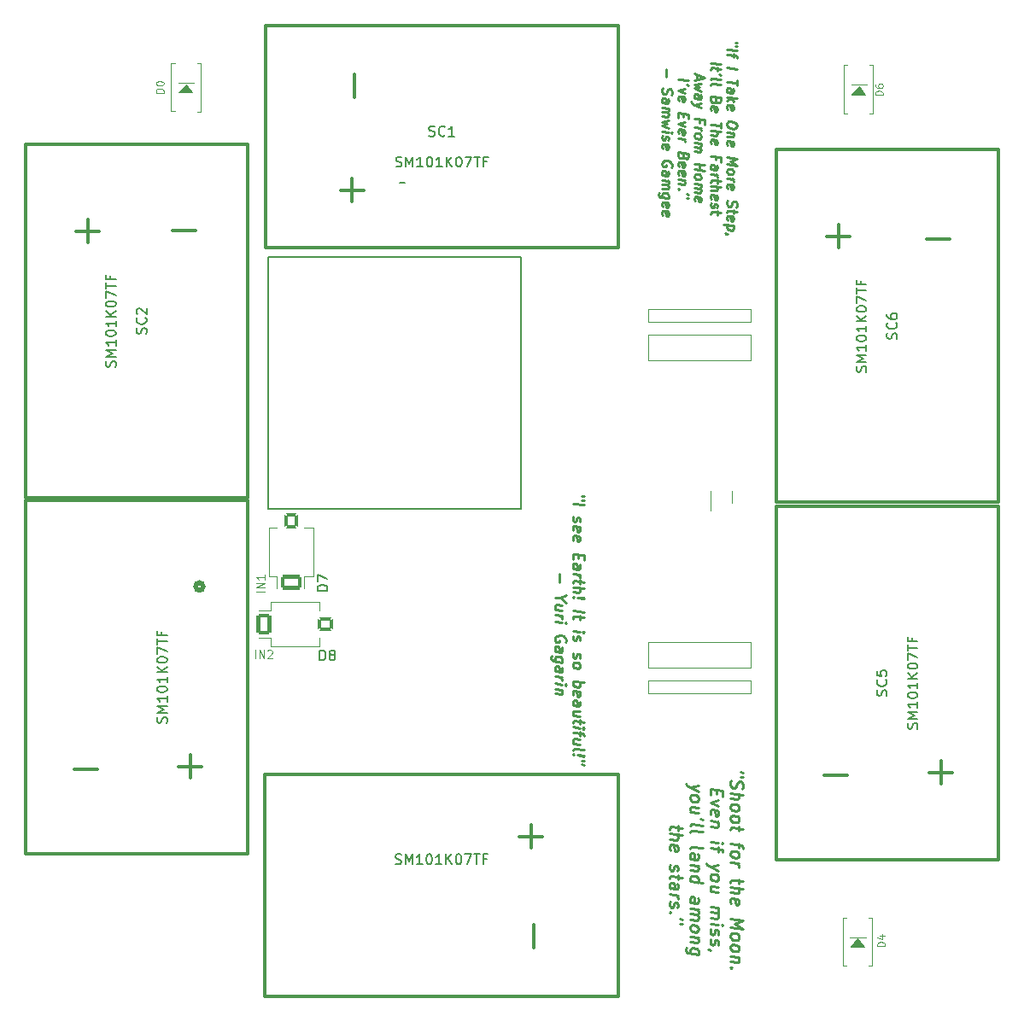
<source format=gto>
%TF.GenerationSoftware,KiCad,Pcbnew,9.0.1*%
%TF.CreationDate,2025-04-22T22:25:35-07:00*%
%TF.ProjectId,ZPlus_Panel,5a506c75-735f-4506-916e-656c2e6b6963,2.4*%
%TF.SameCoordinates,Original*%
%TF.FileFunction,Legend,Top*%
%TF.FilePolarity,Positive*%
%FSLAX46Y46*%
G04 Gerber Fmt 4.6, Leading zero omitted, Abs format (unit mm)*
G04 Created by KiCad (PCBNEW 9.0.1) date 2025-04-22 22:25:35*
%MOMM*%
%LPD*%
G01*
G04 APERTURE LIST*
G04 Aperture macros list*
%AMRoundRect*
0 Rectangle with rounded corners*
0 $1 Rounding radius*
0 $2 $3 $4 $5 $6 $7 $8 $9 X,Y pos of 4 corners*
0 Add a 4 corners polygon primitive as box body*
4,1,4,$2,$3,$4,$5,$6,$7,$8,$9,$2,$3,0*
0 Add four circle primitives for the rounded corners*
1,1,$1+$1,$2,$3*
1,1,$1+$1,$4,$5*
1,1,$1+$1,$6,$7*
1,1,$1+$1,$8,$9*
0 Add four rect primitives between the rounded corners*
20,1,$1+$1,$2,$3,$4,$5,0*
20,1,$1+$1,$4,$5,$6,$7,0*
20,1,$1+$1,$6,$7,$8,$9,0*
20,1,$1+$1,$8,$9,$2,$3,0*%
%AMFreePoly0*
4,1,5,2.000000,-5.500000,-2.000000,-5.500000,-2.000000,5.500000,2.000000,5.500000,2.000000,-5.500000,2.000000,-5.500000,$1*%
G04 Aperture macros list end*
%ADD10C,0.150000*%
%ADD11C,0.250000*%
%ADD12C,0.120000*%
%ADD13C,0.300000*%
%ADD14C,0.100000*%
%ADD15C,0.508000*%
%ADD16C,3.000000*%
%ADD17C,2.600000*%
%ADD18C,3.800000*%
%ADD19RoundRect,0.187500X-0.862500X0.562500X-0.862500X-0.562500X0.862500X-0.562500X0.862500X0.562500X0*%
%ADD20RoundRect,0.162500X-0.487500X0.587500X-0.487500X-0.587500X0.487500X-0.587500X0.487500X0.587500X0*%
%ADD21RoundRect,0.175000X-0.825000X0.525000X-0.825000X-0.525000X0.825000X-0.525000X0.825000X0.525000X0*%
%ADD22RoundRect,0.150000X-0.450000X0.550000X-0.450000X-0.550000X0.450000X-0.550000X0.450000X0.550000X0*%
%ADD23R,1.700000X2.500000*%
%ADD24FreePoly0,90.000000*%
%ADD25R,11.000000X4.000000*%
%ADD26R,3.000000X4.000000*%
%ADD27RoundRect,0.187500X0.562500X0.862500X-0.562500X0.862500X-0.562500X-0.862500X0.562500X-0.862500X0*%
%ADD28RoundRect,0.162500X0.587500X0.487500X-0.587500X0.487500X-0.587500X-0.487500X0.587500X-0.487500X0*%
%ADD29RoundRect,0.175000X0.525000X0.825000X-0.525000X0.825000X-0.525000X-0.825000X0.525000X-0.825000X0*%
%ADD30RoundRect,0.150000X0.550000X0.450000X-0.550000X0.450000X-0.550000X-0.450000X0.550000X-0.450000X0*%
%ADD31R,0.350000X1.000000*%
%ADD32C,2.050000*%
%ADD33C,2.250000*%
G04 APERTURE END LIST*
D10*
X137584000Y-56193200D02*
X137838000Y-56193200D01*
X137584000Y-56193200D02*
X137330000Y-56193200D01*
D11*
X171341371Y-114649153D02*
X171103275Y-114619391D01*
X171341371Y-115125344D02*
X171103275Y-115095582D01*
X170150895Y-115452725D02*
X170091371Y-115623856D01*
X170091371Y-115623856D02*
X170091371Y-115921475D01*
X170091371Y-115921475D02*
X170150895Y-116047963D01*
X170150895Y-116047963D02*
X170210418Y-116114927D01*
X170210418Y-116114927D02*
X170329466Y-116189332D01*
X170329466Y-116189332D02*
X170448514Y-116204213D01*
X170448514Y-116204213D02*
X170567561Y-116159570D01*
X170567561Y-116159570D02*
X170627085Y-116107487D01*
X170627085Y-116107487D02*
X170686609Y-115995880D01*
X170686609Y-115995880D02*
X170746133Y-115765225D01*
X170746133Y-115765225D02*
X170805656Y-115653618D01*
X170805656Y-115653618D02*
X170865180Y-115601534D01*
X170865180Y-115601534D02*
X170984228Y-115556891D01*
X170984228Y-115556891D02*
X171103275Y-115571772D01*
X171103275Y-115571772D02*
X171222323Y-115646177D01*
X171222323Y-115646177D02*
X171281847Y-115713141D01*
X171281847Y-115713141D02*
X171341371Y-115839630D01*
X171341371Y-115839630D02*
X171341371Y-116137249D01*
X171341371Y-116137249D02*
X171281847Y-116308380D01*
X170091371Y-116695284D02*
X171341371Y-116851534D01*
X170091371Y-117230998D02*
X170746133Y-117312844D01*
X170746133Y-117312844D02*
X170865180Y-117268201D01*
X170865180Y-117268201D02*
X170924704Y-117156594D01*
X170924704Y-117156594D02*
X170924704Y-116978022D01*
X170924704Y-116978022D02*
X170865180Y-116851534D01*
X170865180Y-116851534D02*
X170805656Y-116784570D01*
X170091371Y-118004808D02*
X170150895Y-117893200D01*
X170150895Y-117893200D02*
X170210418Y-117841117D01*
X170210418Y-117841117D02*
X170329466Y-117796474D01*
X170329466Y-117796474D02*
X170686609Y-117841117D01*
X170686609Y-117841117D02*
X170805656Y-117915522D01*
X170805656Y-117915522D02*
X170865180Y-117982486D01*
X170865180Y-117982486D02*
X170924704Y-118108974D01*
X170924704Y-118108974D02*
X170924704Y-118287546D01*
X170924704Y-118287546D02*
X170865180Y-118399153D01*
X170865180Y-118399153D02*
X170805656Y-118451236D01*
X170805656Y-118451236D02*
X170686609Y-118495879D01*
X170686609Y-118495879D02*
X170329466Y-118451236D01*
X170329466Y-118451236D02*
X170210418Y-118376831D01*
X170210418Y-118376831D02*
X170150895Y-118309867D01*
X170150895Y-118309867D02*
X170091371Y-118183379D01*
X170091371Y-118183379D02*
X170091371Y-118004808D01*
X170091371Y-119135760D02*
X170150895Y-119024152D01*
X170150895Y-119024152D02*
X170210418Y-118972069D01*
X170210418Y-118972069D02*
X170329466Y-118927426D01*
X170329466Y-118927426D02*
X170686609Y-118972069D01*
X170686609Y-118972069D02*
X170805656Y-119046474D01*
X170805656Y-119046474D02*
X170865180Y-119113438D01*
X170865180Y-119113438D02*
X170924704Y-119239926D01*
X170924704Y-119239926D02*
X170924704Y-119418498D01*
X170924704Y-119418498D02*
X170865180Y-119530105D01*
X170865180Y-119530105D02*
X170805656Y-119582188D01*
X170805656Y-119582188D02*
X170686609Y-119626831D01*
X170686609Y-119626831D02*
X170329466Y-119582188D01*
X170329466Y-119582188D02*
X170210418Y-119507783D01*
X170210418Y-119507783D02*
X170150895Y-119440819D01*
X170150895Y-119440819D02*
X170091371Y-119314331D01*
X170091371Y-119314331D02*
X170091371Y-119135760D01*
X170924704Y-120013735D02*
X170924704Y-120489926D01*
X171341371Y-120244390D02*
X170269942Y-120110462D01*
X170269942Y-120110462D02*
X170150895Y-120155104D01*
X170150895Y-120155104D02*
X170091371Y-120266712D01*
X170091371Y-120266712D02*
X170091371Y-120385759D01*
X170924704Y-121680402D02*
X170924704Y-122156593D01*
X170091371Y-121754807D02*
X171162799Y-121888736D01*
X171162799Y-121888736D02*
X171281847Y-121963140D01*
X171281847Y-121963140D02*
X171341371Y-122089629D01*
X171341371Y-122089629D02*
X171341371Y-122208676D01*
X170091371Y-122647665D02*
X170150895Y-122536057D01*
X170150895Y-122536057D02*
X170210418Y-122483974D01*
X170210418Y-122483974D02*
X170329466Y-122439331D01*
X170329466Y-122439331D02*
X170686609Y-122483974D01*
X170686609Y-122483974D02*
X170805656Y-122558379D01*
X170805656Y-122558379D02*
X170865180Y-122625343D01*
X170865180Y-122625343D02*
X170924704Y-122751831D01*
X170924704Y-122751831D02*
X170924704Y-122930403D01*
X170924704Y-122930403D02*
X170865180Y-123042010D01*
X170865180Y-123042010D02*
X170805656Y-123094093D01*
X170805656Y-123094093D02*
X170686609Y-123138736D01*
X170686609Y-123138736D02*
X170329466Y-123094093D01*
X170329466Y-123094093D02*
X170210418Y-123019688D01*
X170210418Y-123019688D02*
X170150895Y-122952724D01*
X170150895Y-122952724D02*
X170091371Y-122826236D01*
X170091371Y-122826236D02*
X170091371Y-122647665D01*
X170091371Y-123600045D02*
X170924704Y-123704212D01*
X170686609Y-123674450D02*
X170805656Y-123748855D01*
X170805656Y-123748855D02*
X170865180Y-123815819D01*
X170865180Y-123815819D02*
X170924704Y-123942307D01*
X170924704Y-123942307D02*
X170924704Y-124061355D01*
X170924704Y-125251831D02*
X170924704Y-125728022D01*
X171341371Y-125482486D02*
X170269942Y-125348558D01*
X170269942Y-125348558D02*
X170150895Y-125393200D01*
X170150895Y-125393200D02*
X170091371Y-125504808D01*
X170091371Y-125504808D02*
X170091371Y-125623855D01*
X170091371Y-126040522D02*
X171341371Y-126196772D01*
X170091371Y-126576236D02*
X170746133Y-126658082D01*
X170746133Y-126658082D02*
X170865180Y-126613439D01*
X170865180Y-126613439D02*
X170924704Y-126501832D01*
X170924704Y-126501832D02*
X170924704Y-126323260D01*
X170924704Y-126323260D02*
X170865180Y-126196772D01*
X170865180Y-126196772D02*
X170805656Y-126129808D01*
X170150895Y-127655105D02*
X170091371Y-127528617D01*
X170091371Y-127528617D02*
X170091371Y-127290522D01*
X170091371Y-127290522D02*
X170150895Y-127178915D01*
X170150895Y-127178915D02*
X170269942Y-127134272D01*
X170269942Y-127134272D02*
X170746133Y-127193796D01*
X170746133Y-127193796D02*
X170865180Y-127268200D01*
X170865180Y-127268200D02*
X170924704Y-127394688D01*
X170924704Y-127394688D02*
X170924704Y-127632784D01*
X170924704Y-127632784D02*
X170865180Y-127744391D01*
X170865180Y-127744391D02*
X170746133Y-127789034D01*
X170746133Y-127789034D02*
X170627085Y-127774153D01*
X170627085Y-127774153D02*
X170508037Y-127164034D01*
X170091371Y-129195284D02*
X171341371Y-129351534D01*
X171341371Y-129351534D02*
X170448514Y-129656594D01*
X170448514Y-129656594D02*
X171341371Y-130184867D01*
X171341371Y-130184867D02*
X170091371Y-130028617D01*
X170091371Y-130802427D02*
X170150895Y-130690819D01*
X170150895Y-130690819D02*
X170210418Y-130638736D01*
X170210418Y-130638736D02*
X170329466Y-130594093D01*
X170329466Y-130594093D02*
X170686609Y-130638736D01*
X170686609Y-130638736D02*
X170805656Y-130713141D01*
X170805656Y-130713141D02*
X170865180Y-130780105D01*
X170865180Y-130780105D02*
X170924704Y-130906593D01*
X170924704Y-130906593D02*
X170924704Y-131085165D01*
X170924704Y-131085165D02*
X170865180Y-131196772D01*
X170865180Y-131196772D02*
X170805656Y-131248855D01*
X170805656Y-131248855D02*
X170686609Y-131293498D01*
X170686609Y-131293498D02*
X170329466Y-131248855D01*
X170329466Y-131248855D02*
X170210418Y-131174450D01*
X170210418Y-131174450D02*
X170150895Y-131107486D01*
X170150895Y-131107486D02*
X170091371Y-130980998D01*
X170091371Y-130980998D02*
X170091371Y-130802427D01*
X170091371Y-131933379D02*
X170150895Y-131821771D01*
X170150895Y-131821771D02*
X170210418Y-131769688D01*
X170210418Y-131769688D02*
X170329466Y-131725045D01*
X170329466Y-131725045D02*
X170686609Y-131769688D01*
X170686609Y-131769688D02*
X170805656Y-131844093D01*
X170805656Y-131844093D02*
X170865180Y-131911057D01*
X170865180Y-131911057D02*
X170924704Y-132037545D01*
X170924704Y-132037545D02*
X170924704Y-132216117D01*
X170924704Y-132216117D02*
X170865180Y-132327724D01*
X170865180Y-132327724D02*
X170805656Y-132379807D01*
X170805656Y-132379807D02*
X170686609Y-132424450D01*
X170686609Y-132424450D02*
X170329466Y-132379807D01*
X170329466Y-132379807D02*
X170210418Y-132305402D01*
X170210418Y-132305402D02*
X170150895Y-132238438D01*
X170150895Y-132238438D02*
X170091371Y-132111950D01*
X170091371Y-132111950D02*
X170091371Y-131933379D01*
X170924704Y-132989926D02*
X170091371Y-132885759D01*
X170805656Y-132975045D02*
X170865180Y-133042009D01*
X170865180Y-133042009D02*
X170924704Y-133168497D01*
X170924704Y-133168497D02*
X170924704Y-133347069D01*
X170924704Y-133347069D02*
X170865180Y-133458676D01*
X170865180Y-133458676D02*
X170746133Y-133503319D01*
X170746133Y-133503319D02*
X170091371Y-133421473D01*
X170210418Y-134031592D02*
X170150895Y-134083675D01*
X170150895Y-134083675D02*
X170091371Y-134016711D01*
X170091371Y-134016711D02*
X170150895Y-133964628D01*
X170150895Y-133964628D02*
X170210418Y-134031592D01*
X170210418Y-134031592D02*
X170091371Y-134016711D01*
X168733703Y-116390223D02*
X168733703Y-116806890D01*
X168078941Y-116903616D02*
X168078941Y-116308378D01*
X168078941Y-116308378D02*
X169328941Y-116464628D01*
X169328941Y-116464628D02*
X169328941Y-117059866D01*
X168912274Y-117424449D02*
X168078941Y-117617902D01*
X168078941Y-117617902D02*
X168912274Y-118019687D01*
X168138465Y-118875342D02*
X168078941Y-118748854D01*
X168078941Y-118748854D02*
X168078941Y-118510759D01*
X168078941Y-118510759D02*
X168138465Y-118399152D01*
X168138465Y-118399152D02*
X168257512Y-118354509D01*
X168257512Y-118354509D02*
X168733703Y-118414033D01*
X168733703Y-118414033D02*
X168852750Y-118488437D01*
X168852750Y-118488437D02*
X168912274Y-118614925D01*
X168912274Y-118614925D02*
X168912274Y-118853021D01*
X168912274Y-118853021D02*
X168852750Y-118964628D01*
X168852750Y-118964628D02*
X168733703Y-119009271D01*
X168733703Y-119009271D02*
X168614655Y-118994390D01*
X168614655Y-118994390D02*
X168495607Y-118384271D01*
X168912274Y-119567307D02*
X168078941Y-119463140D01*
X168793226Y-119552426D02*
X168852750Y-119619390D01*
X168852750Y-119619390D02*
X168912274Y-119745878D01*
X168912274Y-119745878D02*
X168912274Y-119924450D01*
X168912274Y-119924450D02*
X168852750Y-120036057D01*
X168852750Y-120036057D02*
X168733703Y-120080700D01*
X168733703Y-120080700D02*
X168078941Y-119998854D01*
X168078941Y-121546473D02*
X168912274Y-121650640D01*
X169328941Y-121702723D02*
X169269417Y-121635759D01*
X169269417Y-121635759D02*
X169209893Y-121687842D01*
X169209893Y-121687842D02*
X169269417Y-121754806D01*
X169269417Y-121754806D02*
X169328941Y-121702723D01*
X169328941Y-121702723D02*
X169209893Y-121687842D01*
X168912274Y-122067306D02*
X168912274Y-122543497D01*
X168078941Y-122141711D02*
X169150369Y-122275640D01*
X169150369Y-122275640D02*
X169269417Y-122350044D01*
X169269417Y-122350044D02*
X169328941Y-122476533D01*
X169328941Y-122476533D02*
X169328941Y-122595580D01*
X168912274Y-123793497D02*
X168078941Y-123986950D01*
X168912274Y-124388735D02*
X168078941Y-123986950D01*
X168078941Y-123986950D02*
X167781322Y-123830700D01*
X167781322Y-123830700D02*
X167721798Y-123763735D01*
X167721798Y-123763735D02*
X167662274Y-123637247D01*
X168078941Y-124939331D02*
X168138465Y-124827723D01*
X168138465Y-124827723D02*
X168197988Y-124775640D01*
X168197988Y-124775640D02*
X168317036Y-124730997D01*
X168317036Y-124730997D02*
X168674179Y-124775640D01*
X168674179Y-124775640D02*
X168793226Y-124850045D01*
X168793226Y-124850045D02*
X168852750Y-124917009D01*
X168852750Y-124917009D02*
X168912274Y-125043497D01*
X168912274Y-125043497D02*
X168912274Y-125222069D01*
X168912274Y-125222069D02*
X168852750Y-125333676D01*
X168852750Y-125333676D02*
X168793226Y-125385759D01*
X168793226Y-125385759D02*
X168674179Y-125430402D01*
X168674179Y-125430402D02*
X168317036Y-125385759D01*
X168317036Y-125385759D02*
X168197988Y-125311354D01*
X168197988Y-125311354D02*
X168138465Y-125244390D01*
X168138465Y-125244390D02*
X168078941Y-125117902D01*
X168078941Y-125117902D02*
X168078941Y-124939331D01*
X168912274Y-126531592D02*
X168078941Y-126427425D01*
X168912274Y-125995878D02*
X168257512Y-125914033D01*
X168257512Y-125914033D02*
X168138465Y-125958675D01*
X168138465Y-125958675D02*
X168078941Y-126070283D01*
X168078941Y-126070283D02*
X168078941Y-126248854D01*
X168078941Y-126248854D02*
X168138465Y-126375342D01*
X168138465Y-126375342D02*
X168197988Y-126442306D01*
X168078941Y-127975044D02*
X168912274Y-128079211D01*
X168793226Y-128064330D02*
X168852750Y-128131294D01*
X168852750Y-128131294D02*
X168912274Y-128257782D01*
X168912274Y-128257782D02*
X168912274Y-128436354D01*
X168912274Y-128436354D02*
X168852750Y-128547961D01*
X168852750Y-128547961D02*
X168733703Y-128592604D01*
X168733703Y-128592604D02*
X168078941Y-128510758D01*
X168733703Y-128592604D02*
X168852750Y-128667008D01*
X168852750Y-128667008D02*
X168912274Y-128793496D01*
X168912274Y-128793496D02*
X168912274Y-128972068D01*
X168912274Y-128972068D02*
X168852750Y-129083675D01*
X168852750Y-129083675D02*
X168733703Y-129128318D01*
X168733703Y-129128318D02*
X168078941Y-129046473D01*
X168078941Y-129641711D02*
X168912274Y-129745878D01*
X169328941Y-129797961D02*
X169269417Y-129730997D01*
X169269417Y-129730997D02*
X169209893Y-129783080D01*
X169209893Y-129783080D02*
X169269417Y-129850044D01*
X169269417Y-129850044D02*
X169328941Y-129797961D01*
X169328941Y-129797961D02*
X169209893Y-129783080D01*
X168138465Y-130184866D02*
X168078941Y-130296473D01*
X168078941Y-130296473D02*
X168078941Y-130534568D01*
X168078941Y-130534568D02*
X168138465Y-130661056D01*
X168138465Y-130661056D02*
X168257512Y-130735461D01*
X168257512Y-130735461D02*
X168317036Y-130742901D01*
X168317036Y-130742901D02*
X168436084Y-130698259D01*
X168436084Y-130698259D02*
X168495607Y-130586651D01*
X168495607Y-130586651D02*
X168495607Y-130408080D01*
X168495607Y-130408080D02*
X168555131Y-130296473D01*
X168555131Y-130296473D02*
X168674179Y-130251830D01*
X168674179Y-130251830D02*
X168733703Y-130259271D01*
X168733703Y-130259271D02*
X168852750Y-130333675D01*
X168852750Y-130333675D02*
X168912274Y-130460163D01*
X168912274Y-130460163D02*
X168912274Y-130638735D01*
X168912274Y-130638735D02*
X168852750Y-130750342D01*
X168138465Y-131196771D02*
X168078941Y-131308378D01*
X168078941Y-131308378D02*
X168078941Y-131546473D01*
X168078941Y-131546473D02*
X168138465Y-131672961D01*
X168138465Y-131672961D02*
X168257512Y-131747366D01*
X168257512Y-131747366D02*
X168317036Y-131754806D01*
X168317036Y-131754806D02*
X168436084Y-131710164D01*
X168436084Y-131710164D02*
X168495607Y-131598556D01*
X168495607Y-131598556D02*
X168495607Y-131419985D01*
X168495607Y-131419985D02*
X168555131Y-131308378D01*
X168555131Y-131308378D02*
X168674179Y-131263735D01*
X168674179Y-131263735D02*
X168733703Y-131271176D01*
X168733703Y-131271176D02*
X168852750Y-131345580D01*
X168852750Y-131345580D02*
X168912274Y-131472068D01*
X168912274Y-131472068D02*
X168912274Y-131650640D01*
X168912274Y-131650640D02*
X168852750Y-131762247D01*
X168138465Y-132327723D02*
X168078941Y-132320283D01*
X168078941Y-132320283D02*
X167959893Y-132245878D01*
X167959893Y-132245878D02*
X167900369Y-132178914D01*
X166899844Y-115936356D02*
X166066511Y-116129809D01*
X166899844Y-116531594D02*
X166066511Y-116129809D01*
X166066511Y-116129809D02*
X165768892Y-115973559D01*
X165768892Y-115973559D02*
X165709368Y-115906594D01*
X165709368Y-115906594D02*
X165649844Y-115780106D01*
X166066511Y-117082190D02*
X166126035Y-116970582D01*
X166126035Y-116970582D02*
X166185558Y-116918499D01*
X166185558Y-116918499D02*
X166304606Y-116873856D01*
X166304606Y-116873856D02*
X166661749Y-116918499D01*
X166661749Y-116918499D02*
X166780796Y-116992904D01*
X166780796Y-116992904D02*
X166840320Y-117059868D01*
X166840320Y-117059868D02*
X166899844Y-117186356D01*
X166899844Y-117186356D02*
X166899844Y-117364928D01*
X166899844Y-117364928D02*
X166840320Y-117476535D01*
X166840320Y-117476535D02*
X166780796Y-117528618D01*
X166780796Y-117528618D02*
X166661749Y-117573261D01*
X166661749Y-117573261D02*
X166304606Y-117528618D01*
X166304606Y-117528618D02*
X166185558Y-117454213D01*
X166185558Y-117454213D02*
X166126035Y-117387249D01*
X166126035Y-117387249D02*
X166066511Y-117260761D01*
X166066511Y-117260761D02*
X166066511Y-117082190D01*
X166899844Y-118674451D02*
X166066511Y-118570284D01*
X166899844Y-118138737D02*
X166245082Y-118056892D01*
X166245082Y-118056892D02*
X166126035Y-118101534D01*
X166126035Y-118101534D02*
X166066511Y-118213142D01*
X166066511Y-118213142D02*
X166066511Y-118391713D01*
X166066511Y-118391713D02*
X166126035Y-118518201D01*
X166126035Y-118518201D02*
X166185558Y-118585165D01*
X167316511Y-119381296D02*
X167078415Y-119232486D01*
X166066511Y-119939332D02*
X166126035Y-119827724D01*
X166126035Y-119827724D02*
X166245082Y-119783082D01*
X166245082Y-119783082D02*
X167316511Y-119917010D01*
X166066511Y-120594094D02*
X166126035Y-120482486D01*
X166126035Y-120482486D02*
X166245082Y-120437844D01*
X166245082Y-120437844D02*
X167316511Y-120571772D01*
X166066511Y-122201237D02*
X166126035Y-122089629D01*
X166126035Y-122089629D02*
X166245082Y-122044987D01*
X166245082Y-122044987D02*
X167316511Y-122178915D01*
X166066511Y-123213141D02*
X166721273Y-123294987D01*
X166721273Y-123294987D02*
X166840320Y-123250344D01*
X166840320Y-123250344D02*
X166899844Y-123138737D01*
X166899844Y-123138737D02*
X166899844Y-122900641D01*
X166899844Y-122900641D02*
X166840320Y-122774153D01*
X166126035Y-123220582D02*
X166066511Y-123094094D01*
X166066511Y-123094094D02*
X166066511Y-122796475D01*
X166066511Y-122796475D02*
X166126035Y-122684868D01*
X166126035Y-122684868D02*
X166245082Y-122640225D01*
X166245082Y-122640225D02*
X166364130Y-122655106D01*
X166364130Y-122655106D02*
X166483177Y-122729510D01*
X166483177Y-122729510D02*
X166542701Y-122855999D01*
X166542701Y-122855999D02*
X166542701Y-123153618D01*
X166542701Y-123153618D02*
X166602225Y-123280106D01*
X166899844Y-123912546D02*
X166066511Y-123808379D01*
X166780796Y-123897665D02*
X166840320Y-123964629D01*
X166840320Y-123964629D02*
X166899844Y-124091117D01*
X166899844Y-124091117D02*
X166899844Y-124269689D01*
X166899844Y-124269689D02*
X166840320Y-124381296D01*
X166840320Y-124381296D02*
X166721273Y-124425939D01*
X166721273Y-124425939D02*
X166066511Y-124344093D01*
X166066511Y-125475045D02*
X167316511Y-125631295D01*
X166126035Y-125482486D02*
X166066511Y-125355998D01*
X166066511Y-125355998D02*
X166066511Y-125117903D01*
X166066511Y-125117903D02*
X166126035Y-125006295D01*
X166126035Y-125006295D02*
X166185558Y-124954212D01*
X166185558Y-124954212D02*
X166304606Y-124909569D01*
X166304606Y-124909569D02*
X166661749Y-124954212D01*
X166661749Y-124954212D02*
X166780796Y-125028617D01*
X166780796Y-125028617D02*
X166840320Y-125095581D01*
X166840320Y-125095581D02*
X166899844Y-125222069D01*
X166899844Y-125222069D02*
X166899844Y-125460164D01*
X166899844Y-125460164D02*
X166840320Y-125571772D01*
X166066511Y-127558378D02*
X166721273Y-127640224D01*
X166721273Y-127640224D02*
X166840320Y-127595581D01*
X166840320Y-127595581D02*
X166899844Y-127483974D01*
X166899844Y-127483974D02*
X166899844Y-127245878D01*
X166899844Y-127245878D02*
X166840320Y-127119390D01*
X166126035Y-127565819D02*
X166066511Y-127439331D01*
X166066511Y-127439331D02*
X166066511Y-127141712D01*
X166066511Y-127141712D02*
X166126035Y-127030105D01*
X166126035Y-127030105D02*
X166245082Y-126985462D01*
X166245082Y-126985462D02*
X166364130Y-127000343D01*
X166364130Y-127000343D02*
X166483177Y-127074747D01*
X166483177Y-127074747D02*
X166542701Y-127201236D01*
X166542701Y-127201236D02*
X166542701Y-127498855D01*
X166542701Y-127498855D02*
X166602225Y-127625343D01*
X166066511Y-128153616D02*
X166899844Y-128257783D01*
X166780796Y-128242902D02*
X166840320Y-128309866D01*
X166840320Y-128309866D02*
X166899844Y-128436354D01*
X166899844Y-128436354D02*
X166899844Y-128614926D01*
X166899844Y-128614926D02*
X166840320Y-128726533D01*
X166840320Y-128726533D02*
X166721273Y-128771176D01*
X166721273Y-128771176D02*
X166066511Y-128689330D01*
X166721273Y-128771176D02*
X166840320Y-128845580D01*
X166840320Y-128845580D02*
X166899844Y-128972068D01*
X166899844Y-128972068D02*
X166899844Y-129150640D01*
X166899844Y-129150640D02*
X166840320Y-129262247D01*
X166840320Y-129262247D02*
X166721273Y-129306890D01*
X166721273Y-129306890D02*
X166066511Y-129225045D01*
X166066511Y-129998855D02*
X166126035Y-129887247D01*
X166126035Y-129887247D02*
X166185558Y-129835164D01*
X166185558Y-129835164D02*
X166304606Y-129790521D01*
X166304606Y-129790521D02*
X166661749Y-129835164D01*
X166661749Y-129835164D02*
X166780796Y-129909569D01*
X166780796Y-129909569D02*
X166840320Y-129976533D01*
X166840320Y-129976533D02*
X166899844Y-130103021D01*
X166899844Y-130103021D02*
X166899844Y-130281593D01*
X166899844Y-130281593D02*
X166840320Y-130393200D01*
X166840320Y-130393200D02*
X166780796Y-130445283D01*
X166780796Y-130445283D02*
X166661749Y-130489926D01*
X166661749Y-130489926D02*
X166304606Y-130445283D01*
X166304606Y-130445283D02*
X166185558Y-130370878D01*
X166185558Y-130370878D02*
X166126035Y-130303914D01*
X166126035Y-130303914D02*
X166066511Y-130177426D01*
X166066511Y-130177426D02*
X166066511Y-129998855D01*
X166899844Y-131055402D02*
X166066511Y-130951235D01*
X166780796Y-131040521D02*
X166840320Y-131107485D01*
X166840320Y-131107485D02*
X166899844Y-131233973D01*
X166899844Y-131233973D02*
X166899844Y-131412545D01*
X166899844Y-131412545D02*
X166840320Y-131524152D01*
X166840320Y-131524152D02*
X166721273Y-131568795D01*
X166721273Y-131568795D02*
X166066511Y-131486949D01*
X166899844Y-132722068D02*
X165887939Y-132595580D01*
X165887939Y-132595580D02*
X165768892Y-132521175D01*
X165768892Y-132521175D02*
X165709368Y-132454211D01*
X165709368Y-132454211D02*
X165649844Y-132327723D01*
X165649844Y-132327723D02*
X165649844Y-132149151D01*
X165649844Y-132149151D02*
X165709368Y-132037544D01*
X166126035Y-132625342D02*
X166066511Y-132498854D01*
X166066511Y-132498854D02*
X166066511Y-132260759D01*
X166066511Y-132260759D02*
X166126035Y-132149151D01*
X166126035Y-132149151D02*
X166185558Y-132097068D01*
X166185558Y-132097068D02*
X166304606Y-132052425D01*
X166304606Y-132052425D02*
X166661749Y-132097068D01*
X166661749Y-132097068D02*
X166780796Y-132171473D01*
X166780796Y-132171473D02*
X166840320Y-132238437D01*
X166840320Y-132238437D02*
X166899844Y-132364925D01*
X166899844Y-132364925D02*
X166899844Y-132603020D01*
X166899844Y-132603020D02*
X166840320Y-132714628D01*
X164887414Y-119954211D02*
X164887414Y-120430402D01*
X165304081Y-120184866D02*
X164232652Y-120050938D01*
X164232652Y-120050938D02*
X164113605Y-120095580D01*
X164113605Y-120095580D02*
X164054081Y-120207188D01*
X164054081Y-120207188D02*
X164054081Y-120326235D01*
X164054081Y-120742902D02*
X165304081Y-120899152D01*
X164054081Y-121278616D02*
X164708843Y-121360462D01*
X164708843Y-121360462D02*
X164827890Y-121315819D01*
X164827890Y-121315819D02*
X164887414Y-121204212D01*
X164887414Y-121204212D02*
X164887414Y-121025640D01*
X164887414Y-121025640D02*
X164827890Y-120899152D01*
X164827890Y-120899152D02*
X164768366Y-120832188D01*
X164113605Y-122357485D02*
X164054081Y-122230997D01*
X164054081Y-122230997D02*
X164054081Y-121992902D01*
X164054081Y-121992902D02*
X164113605Y-121881295D01*
X164113605Y-121881295D02*
X164232652Y-121836652D01*
X164232652Y-121836652D02*
X164708843Y-121896176D01*
X164708843Y-121896176D02*
X164827890Y-121970580D01*
X164827890Y-121970580D02*
X164887414Y-122097068D01*
X164887414Y-122097068D02*
X164887414Y-122335164D01*
X164887414Y-122335164D02*
X164827890Y-122446771D01*
X164827890Y-122446771D02*
X164708843Y-122491414D01*
X164708843Y-122491414D02*
X164589795Y-122476533D01*
X164589795Y-122476533D02*
X164470747Y-121866414D01*
X164113605Y-123845581D02*
X164054081Y-123957188D01*
X164054081Y-123957188D02*
X164054081Y-124195283D01*
X164054081Y-124195283D02*
X164113605Y-124321771D01*
X164113605Y-124321771D02*
X164232652Y-124396176D01*
X164232652Y-124396176D02*
X164292176Y-124403616D01*
X164292176Y-124403616D02*
X164411224Y-124358974D01*
X164411224Y-124358974D02*
X164470747Y-124247366D01*
X164470747Y-124247366D02*
X164470747Y-124068795D01*
X164470747Y-124068795D02*
X164530271Y-123957188D01*
X164530271Y-123957188D02*
X164649319Y-123912545D01*
X164649319Y-123912545D02*
X164708843Y-123919986D01*
X164708843Y-123919986D02*
X164827890Y-123994390D01*
X164827890Y-123994390D02*
X164887414Y-124120878D01*
X164887414Y-124120878D02*
X164887414Y-124299450D01*
X164887414Y-124299450D02*
X164827890Y-124411057D01*
X164887414Y-124835164D02*
X164887414Y-125311355D01*
X165304081Y-125065819D02*
X164232652Y-124931891D01*
X164232652Y-124931891D02*
X164113605Y-124976533D01*
X164113605Y-124976533D02*
X164054081Y-125088141D01*
X164054081Y-125088141D02*
X164054081Y-125207188D01*
X164054081Y-126159569D02*
X164708843Y-126241415D01*
X164708843Y-126241415D02*
X164827890Y-126196772D01*
X164827890Y-126196772D02*
X164887414Y-126085165D01*
X164887414Y-126085165D02*
X164887414Y-125847069D01*
X164887414Y-125847069D02*
X164827890Y-125720581D01*
X164113605Y-126167010D02*
X164054081Y-126040522D01*
X164054081Y-126040522D02*
X164054081Y-125742903D01*
X164054081Y-125742903D02*
X164113605Y-125631296D01*
X164113605Y-125631296D02*
X164232652Y-125586653D01*
X164232652Y-125586653D02*
X164351700Y-125601534D01*
X164351700Y-125601534D02*
X164470747Y-125675938D01*
X164470747Y-125675938D02*
X164530271Y-125802427D01*
X164530271Y-125802427D02*
X164530271Y-126100046D01*
X164530271Y-126100046D02*
X164589795Y-126226534D01*
X164054081Y-126754807D02*
X164887414Y-126858974D01*
X164649319Y-126829212D02*
X164768366Y-126903617D01*
X164768366Y-126903617D02*
X164827890Y-126970581D01*
X164827890Y-126970581D02*
X164887414Y-127097069D01*
X164887414Y-127097069D02*
X164887414Y-127216117D01*
X164113605Y-127476534D02*
X164054081Y-127588141D01*
X164054081Y-127588141D02*
X164054081Y-127826236D01*
X164054081Y-127826236D02*
X164113605Y-127952724D01*
X164113605Y-127952724D02*
X164232652Y-128027129D01*
X164232652Y-128027129D02*
X164292176Y-128034569D01*
X164292176Y-128034569D02*
X164411224Y-127989927D01*
X164411224Y-127989927D02*
X164470747Y-127878319D01*
X164470747Y-127878319D02*
X164470747Y-127699748D01*
X164470747Y-127699748D02*
X164530271Y-127588141D01*
X164530271Y-127588141D02*
X164649319Y-127543498D01*
X164649319Y-127543498D02*
X164708843Y-127550939D01*
X164708843Y-127550939D02*
X164827890Y-127625343D01*
X164827890Y-127625343D02*
X164887414Y-127751831D01*
X164887414Y-127751831D02*
X164887414Y-127930403D01*
X164887414Y-127930403D02*
X164827890Y-128042010D01*
X164173128Y-128555403D02*
X164113605Y-128607486D01*
X164113605Y-128607486D02*
X164054081Y-128540522D01*
X164054081Y-128540522D02*
X164113605Y-128488439D01*
X164113605Y-128488439D02*
X164173128Y-128555403D01*
X164173128Y-128555403D02*
X164054081Y-128540522D01*
X165304081Y-129232486D02*
X165065985Y-129202724D01*
X165304081Y-129708677D02*
X165065985Y-129678915D01*
X155552588Y-87249154D02*
X155343064Y-87222963D01*
X155552588Y-87668201D02*
X155343064Y-87642011D01*
X154452588Y-88002130D02*
X155552588Y-88139630D01*
X154504969Y-89318201D02*
X154452588Y-89416416D01*
X154452588Y-89416416D02*
X154452588Y-89625939D01*
X154452588Y-89625939D02*
X154504969Y-89737249D01*
X154504969Y-89737249D02*
X154609730Y-89802725D01*
X154609730Y-89802725D02*
X154662111Y-89809273D01*
X154662111Y-89809273D02*
X154766873Y-89769987D01*
X154766873Y-89769987D02*
X154819254Y-89671773D01*
X154819254Y-89671773D02*
X154819254Y-89514630D01*
X154819254Y-89514630D02*
X154871635Y-89416416D01*
X154871635Y-89416416D02*
X154976397Y-89377130D01*
X154976397Y-89377130D02*
X155028778Y-89383678D01*
X155028778Y-89383678D02*
X155133540Y-89449154D01*
X155133540Y-89449154D02*
X155185921Y-89560463D01*
X155185921Y-89560463D02*
X155185921Y-89717606D01*
X155185921Y-89717606D02*
X155133540Y-89815820D01*
X154504969Y-90680106D02*
X154452588Y-90568796D01*
X154452588Y-90568796D02*
X154452588Y-90359273D01*
X154452588Y-90359273D02*
X154504969Y-90261058D01*
X154504969Y-90261058D02*
X154609730Y-90221773D01*
X154609730Y-90221773D02*
X155028778Y-90274154D01*
X155028778Y-90274154D02*
X155133540Y-90339630D01*
X155133540Y-90339630D02*
X155185921Y-90450939D01*
X155185921Y-90450939D02*
X155185921Y-90660463D01*
X155185921Y-90660463D02*
X155133540Y-90758677D01*
X155133540Y-90758677D02*
X155028778Y-90797963D01*
X155028778Y-90797963D02*
X154924016Y-90784868D01*
X154924016Y-90784868D02*
X154819254Y-90247963D01*
X154504969Y-91622963D02*
X154452588Y-91511653D01*
X154452588Y-91511653D02*
X154452588Y-91302130D01*
X154452588Y-91302130D02*
X154504969Y-91203915D01*
X154504969Y-91203915D02*
X154609730Y-91164630D01*
X154609730Y-91164630D02*
X155028778Y-91217011D01*
X155028778Y-91217011D02*
X155133540Y-91282487D01*
X155133540Y-91282487D02*
X155185921Y-91393796D01*
X155185921Y-91393796D02*
X155185921Y-91603320D01*
X155185921Y-91603320D02*
X155133540Y-91701534D01*
X155133540Y-91701534D02*
X155028778Y-91740820D01*
X155028778Y-91740820D02*
X154924016Y-91727725D01*
X154924016Y-91727725D02*
X154819254Y-91190820D01*
X155028778Y-93050343D02*
X155028778Y-93417010D01*
X154452588Y-93502129D02*
X154452588Y-92978320D01*
X154452588Y-92978320D02*
X155552588Y-93115820D01*
X155552588Y-93115820D02*
X155552588Y-93639629D01*
X154452588Y-94444986D02*
X155028778Y-94517010D01*
X155028778Y-94517010D02*
X155133540Y-94477724D01*
X155133540Y-94477724D02*
X155185921Y-94379510D01*
X155185921Y-94379510D02*
X155185921Y-94169986D01*
X155185921Y-94169986D02*
X155133540Y-94058677D01*
X154504969Y-94451534D02*
X154452588Y-94340224D01*
X154452588Y-94340224D02*
X154452588Y-94078320D01*
X154452588Y-94078320D02*
X154504969Y-93980105D01*
X154504969Y-93980105D02*
X154609730Y-93940820D01*
X154609730Y-93940820D02*
X154714492Y-93953915D01*
X154714492Y-93953915D02*
X154819254Y-94019391D01*
X154819254Y-94019391D02*
X154871635Y-94130701D01*
X154871635Y-94130701D02*
X154871635Y-94392605D01*
X154871635Y-94392605D02*
X154924016Y-94503915D01*
X154452588Y-94968796D02*
X155185921Y-95060462D01*
X154976397Y-95034272D02*
X155081159Y-95099748D01*
X155081159Y-95099748D02*
X155133540Y-95158677D01*
X155133540Y-95158677D02*
X155185921Y-95269986D01*
X155185921Y-95269986D02*
X155185921Y-95374748D01*
X155185921Y-95584271D02*
X155185921Y-96003319D01*
X155552588Y-95787248D02*
X154609730Y-95669391D01*
X154609730Y-95669391D02*
X154504969Y-95708676D01*
X154504969Y-95708676D02*
X154452588Y-95806891D01*
X154452588Y-95806891D02*
X154452588Y-95911652D01*
X154452588Y-96278319D02*
X155552588Y-96415819D01*
X154452588Y-96749747D02*
X155028778Y-96821771D01*
X155028778Y-96821771D02*
X155133540Y-96782485D01*
X155133540Y-96782485D02*
X155185921Y-96684271D01*
X155185921Y-96684271D02*
X155185921Y-96527128D01*
X155185921Y-96527128D02*
X155133540Y-96415819D01*
X155133540Y-96415819D02*
X155081159Y-96356890D01*
X154557349Y-97286652D02*
X154504969Y-97332485D01*
X154504969Y-97332485D02*
X154452588Y-97273557D01*
X154452588Y-97273557D02*
X154504969Y-97227723D01*
X154504969Y-97227723D02*
X154557349Y-97286652D01*
X154557349Y-97286652D02*
X154452588Y-97273557D01*
X154871635Y-97325938D02*
X155500207Y-97352128D01*
X155500207Y-97352128D02*
X155552588Y-97411057D01*
X155552588Y-97411057D02*
X155500207Y-97456890D01*
X155500207Y-97456890D02*
X154871635Y-97325938D01*
X154871635Y-97325938D02*
X155552588Y-97411057D01*
X154452588Y-98635462D02*
X155552588Y-98772962D01*
X155185921Y-99093795D02*
X155185921Y-99512843D01*
X155552588Y-99296772D02*
X154609730Y-99178915D01*
X154609730Y-99178915D02*
X154504969Y-99218200D01*
X154504969Y-99218200D02*
X154452588Y-99316415D01*
X154452588Y-99316415D02*
X154452588Y-99421176D01*
X154452588Y-100625938D02*
X155185921Y-100717604D01*
X155552588Y-100763438D02*
X155500207Y-100704509D01*
X155500207Y-100704509D02*
X155447826Y-100750342D01*
X155447826Y-100750342D02*
X155500207Y-100809271D01*
X155500207Y-100809271D02*
X155552588Y-100763438D01*
X155552588Y-100763438D02*
X155447826Y-100750342D01*
X154504969Y-101103914D02*
X154452588Y-101202129D01*
X154452588Y-101202129D02*
X154452588Y-101411652D01*
X154452588Y-101411652D02*
X154504969Y-101522962D01*
X154504969Y-101522962D02*
X154609730Y-101588438D01*
X154609730Y-101588438D02*
X154662111Y-101594986D01*
X154662111Y-101594986D02*
X154766873Y-101555700D01*
X154766873Y-101555700D02*
X154819254Y-101457486D01*
X154819254Y-101457486D02*
X154819254Y-101300343D01*
X154819254Y-101300343D02*
X154871635Y-101202129D01*
X154871635Y-101202129D02*
X154976397Y-101162843D01*
X154976397Y-101162843D02*
X155028778Y-101169391D01*
X155028778Y-101169391D02*
X155133540Y-101234867D01*
X155133540Y-101234867D02*
X155185921Y-101346176D01*
X155185921Y-101346176D02*
X155185921Y-101503319D01*
X155185921Y-101503319D02*
X155133540Y-101601533D01*
X154504969Y-102832485D02*
X154452588Y-102930700D01*
X154452588Y-102930700D02*
X154452588Y-103140223D01*
X154452588Y-103140223D02*
X154504969Y-103251533D01*
X154504969Y-103251533D02*
X154609730Y-103317009D01*
X154609730Y-103317009D02*
X154662111Y-103323557D01*
X154662111Y-103323557D02*
X154766873Y-103284271D01*
X154766873Y-103284271D02*
X154819254Y-103186057D01*
X154819254Y-103186057D02*
X154819254Y-103028914D01*
X154819254Y-103028914D02*
X154871635Y-102930700D01*
X154871635Y-102930700D02*
X154976397Y-102891414D01*
X154976397Y-102891414D02*
X155028778Y-102897962D01*
X155028778Y-102897962D02*
X155133540Y-102963438D01*
X155133540Y-102963438D02*
X155185921Y-103074747D01*
X155185921Y-103074747D02*
X155185921Y-103231890D01*
X155185921Y-103231890D02*
X155133540Y-103330104D01*
X154452588Y-103925938D02*
X154504969Y-103827723D01*
X154504969Y-103827723D02*
X154557349Y-103781890D01*
X154557349Y-103781890D02*
X154662111Y-103742604D01*
X154662111Y-103742604D02*
X154976397Y-103781890D01*
X154976397Y-103781890D02*
X155081159Y-103847366D01*
X155081159Y-103847366D02*
X155133540Y-103906295D01*
X155133540Y-103906295D02*
X155185921Y-104017604D01*
X155185921Y-104017604D02*
X155185921Y-104174747D01*
X155185921Y-104174747D02*
X155133540Y-104272961D01*
X155133540Y-104272961D02*
X155081159Y-104318795D01*
X155081159Y-104318795D02*
X154976397Y-104358080D01*
X154976397Y-104358080D02*
X154662111Y-104318795D01*
X154662111Y-104318795D02*
X154557349Y-104253318D01*
X154557349Y-104253318D02*
X154504969Y-104194390D01*
X154504969Y-104194390D02*
X154452588Y-104083080D01*
X154452588Y-104083080D02*
X154452588Y-103925938D01*
X154452588Y-105602128D02*
X155552588Y-105739628D01*
X155133540Y-105687247D02*
X155185921Y-105798556D01*
X155185921Y-105798556D02*
X155185921Y-106008080D01*
X155185921Y-106008080D02*
X155133540Y-106106294D01*
X155133540Y-106106294D02*
X155081159Y-106152128D01*
X155081159Y-106152128D02*
X154976397Y-106191413D01*
X154976397Y-106191413D02*
X154662111Y-106152128D01*
X154662111Y-106152128D02*
X154557349Y-106086651D01*
X154557349Y-106086651D02*
X154504969Y-106027723D01*
X154504969Y-106027723D02*
X154452588Y-105916413D01*
X154452588Y-105916413D02*
X154452588Y-105706890D01*
X154452588Y-105706890D02*
X154504969Y-105608675D01*
X154504969Y-107022961D02*
X154452588Y-106911651D01*
X154452588Y-106911651D02*
X154452588Y-106702128D01*
X154452588Y-106702128D02*
X154504969Y-106603913D01*
X154504969Y-106603913D02*
X154609730Y-106564628D01*
X154609730Y-106564628D02*
X155028778Y-106617009D01*
X155028778Y-106617009D02*
X155133540Y-106682485D01*
X155133540Y-106682485D02*
X155185921Y-106793794D01*
X155185921Y-106793794D02*
X155185921Y-107003318D01*
X155185921Y-107003318D02*
X155133540Y-107101532D01*
X155133540Y-107101532D02*
X155028778Y-107140818D01*
X155028778Y-107140818D02*
X154924016Y-107127723D01*
X154924016Y-107127723D02*
X154819254Y-106590818D01*
X154452588Y-108011651D02*
X155028778Y-108083675D01*
X155028778Y-108083675D02*
X155133540Y-108044389D01*
X155133540Y-108044389D02*
X155185921Y-107946175D01*
X155185921Y-107946175D02*
X155185921Y-107736651D01*
X155185921Y-107736651D02*
X155133540Y-107625342D01*
X154504969Y-108018199D02*
X154452588Y-107906889D01*
X154452588Y-107906889D02*
X154452588Y-107644985D01*
X154452588Y-107644985D02*
X154504969Y-107546770D01*
X154504969Y-107546770D02*
X154609730Y-107507485D01*
X154609730Y-107507485D02*
X154714492Y-107520580D01*
X154714492Y-107520580D02*
X154819254Y-107586056D01*
X154819254Y-107586056D02*
X154871635Y-107697366D01*
X154871635Y-107697366D02*
X154871635Y-107959270D01*
X154871635Y-107959270D02*
X154924016Y-108070580D01*
X155185921Y-109098556D02*
X154452588Y-109006889D01*
X155185921Y-108627127D02*
X154609730Y-108555104D01*
X154609730Y-108555104D02*
X154504969Y-108594389D01*
X154504969Y-108594389D02*
X154452588Y-108692604D01*
X154452588Y-108692604D02*
X154452588Y-108849746D01*
X154452588Y-108849746D02*
X154504969Y-108961056D01*
X154504969Y-108961056D02*
X154557349Y-109019984D01*
X155185921Y-109465222D02*
X155185921Y-109884270D01*
X155552588Y-109668199D02*
X154609730Y-109550342D01*
X154609730Y-109550342D02*
X154504969Y-109589627D01*
X154504969Y-109589627D02*
X154452588Y-109687842D01*
X154452588Y-109687842D02*
X154452588Y-109792603D01*
X154452588Y-110159270D02*
X155185921Y-110250936D01*
X155552588Y-110296770D02*
X155500207Y-110237841D01*
X155500207Y-110237841D02*
X155447826Y-110283674D01*
X155447826Y-110283674D02*
X155500207Y-110342603D01*
X155500207Y-110342603D02*
X155552588Y-110296770D01*
X155552588Y-110296770D02*
X155447826Y-110283674D01*
X155185921Y-110617603D02*
X155185921Y-111036651D01*
X154452588Y-110683080D02*
X155395445Y-110800937D01*
X155395445Y-110800937D02*
X155500207Y-110866413D01*
X155500207Y-110866413D02*
X155552588Y-110977723D01*
X155552588Y-110977723D02*
X155552588Y-111082484D01*
X155185921Y-111874746D02*
X154452588Y-111783079D01*
X155185921Y-111403317D02*
X154609730Y-111331294D01*
X154609730Y-111331294D02*
X154504969Y-111370579D01*
X154504969Y-111370579D02*
X154452588Y-111468794D01*
X154452588Y-111468794D02*
X154452588Y-111625936D01*
X154452588Y-111625936D02*
X154504969Y-111737246D01*
X154504969Y-111737246D02*
X154557349Y-111796174D01*
X154452588Y-112464032D02*
X154504969Y-112365817D01*
X154504969Y-112365817D02*
X154609730Y-112326532D01*
X154609730Y-112326532D02*
X155552588Y-112444389D01*
X154557349Y-112896174D02*
X154504969Y-112942007D01*
X154504969Y-112942007D02*
X154452588Y-112883079D01*
X154452588Y-112883079D02*
X154504969Y-112837245D01*
X154504969Y-112837245D02*
X154557349Y-112896174D01*
X154557349Y-112896174D02*
X154452588Y-112883079D01*
X154871635Y-112935460D02*
X155500207Y-112961650D01*
X155500207Y-112961650D02*
X155552588Y-113020579D01*
X155552588Y-113020579D02*
X155500207Y-113066412D01*
X155500207Y-113066412D02*
X154871635Y-112935460D01*
X154871635Y-112935460D02*
X155552588Y-113020579D01*
X155552588Y-113492008D02*
X155343064Y-113465817D01*
X155552588Y-113911055D02*
X155343064Y-113884865D01*
X153100697Y-94942605D02*
X153100697Y-95780700D01*
X153205459Y-97365224D02*
X152681650Y-97299747D01*
X153781650Y-97070581D02*
X153205459Y-97365224D01*
X153205459Y-97365224D02*
X153781650Y-97803914D01*
X153414983Y-98596176D02*
X152681650Y-98504509D01*
X153414983Y-98124747D02*
X152838792Y-98052724D01*
X152838792Y-98052724D02*
X152734031Y-98092009D01*
X152734031Y-98092009D02*
X152681650Y-98190224D01*
X152681650Y-98190224D02*
X152681650Y-98347366D01*
X152681650Y-98347366D02*
X152734031Y-98458676D01*
X152734031Y-98458676D02*
X152786411Y-98517604D01*
X152681650Y-99028319D02*
X153414983Y-99119985D01*
X153205459Y-99093795D02*
X153310221Y-99159271D01*
X153310221Y-99159271D02*
X153362602Y-99218200D01*
X153362602Y-99218200D02*
X153414983Y-99329509D01*
X153414983Y-99329509D02*
X153414983Y-99434271D01*
X152681650Y-99709271D02*
X153414983Y-99800937D01*
X153781650Y-99846771D02*
X153729269Y-99787842D01*
X153729269Y-99787842D02*
X153676888Y-99833675D01*
X153676888Y-99833675D02*
X153729269Y-99892604D01*
X153729269Y-99892604D02*
X153781650Y-99846771D01*
X153781650Y-99846771D02*
X153676888Y-99833675D01*
X153729269Y-101778319D02*
X153781650Y-101680104D01*
X153781650Y-101680104D02*
X153781650Y-101522961D01*
X153781650Y-101522961D02*
X153729269Y-101359271D01*
X153729269Y-101359271D02*
X153624507Y-101241414D01*
X153624507Y-101241414D02*
X153519745Y-101175938D01*
X153519745Y-101175938D02*
X153310221Y-101097366D01*
X153310221Y-101097366D02*
X153153078Y-101077723D01*
X153153078Y-101077723D02*
X152943554Y-101103914D01*
X152943554Y-101103914D02*
X152838792Y-101143199D01*
X152838792Y-101143199D02*
X152734031Y-101234866D01*
X152734031Y-101234866D02*
X152681650Y-101385461D01*
X152681650Y-101385461D02*
X152681650Y-101490223D01*
X152681650Y-101490223D02*
X152734031Y-101653914D01*
X152734031Y-101653914D02*
X152786411Y-101712842D01*
X152786411Y-101712842D02*
X153153078Y-101758676D01*
X153153078Y-101758676D02*
X153153078Y-101549152D01*
X152681650Y-102642604D02*
X153257840Y-102714628D01*
X153257840Y-102714628D02*
X153362602Y-102675342D01*
X153362602Y-102675342D02*
X153414983Y-102577128D01*
X153414983Y-102577128D02*
X153414983Y-102367604D01*
X153414983Y-102367604D02*
X153362602Y-102256295D01*
X152734031Y-102649152D02*
X152681650Y-102537842D01*
X152681650Y-102537842D02*
X152681650Y-102275938D01*
X152681650Y-102275938D02*
X152734031Y-102177723D01*
X152734031Y-102177723D02*
X152838792Y-102138438D01*
X152838792Y-102138438D02*
X152943554Y-102151533D01*
X152943554Y-102151533D02*
X153048316Y-102217009D01*
X153048316Y-102217009D02*
X153100697Y-102328319D01*
X153100697Y-102328319D02*
X153100697Y-102590223D01*
X153100697Y-102590223D02*
X153153078Y-102701533D01*
X153414983Y-103729509D02*
X152524507Y-103618199D01*
X152524507Y-103618199D02*
X152419745Y-103552723D01*
X152419745Y-103552723D02*
X152367364Y-103493795D01*
X152367364Y-103493795D02*
X152314983Y-103382485D01*
X152314983Y-103382485D02*
X152314983Y-103225342D01*
X152314983Y-103225342D02*
X152367364Y-103127128D01*
X152734031Y-103644390D02*
X152681650Y-103533080D01*
X152681650Y-103533080D02*
X152681650Y-103323557D01*
X152681650Y-103323557D02*
X152734031Y-103225342D01*
X152734031Y-103225342D02*
X152786411Y-103179509D01*
X152786411Y-103179509D02*
X152891173Y-103140223D01*
X152891173Y-103140223D02*
X153205459Y-103179509D01*
X153205459Y-103179509D02*
X153310221Y-103244985D01*
X153310221Y-103244985D02*
X153362602Y-103303914D01*
X153362602Y-103303914D02*
X153414983Y-103415223D01*
X153414983Y-103415223D02*
X153414983Y-103624747D01*
X153414983Y-103624747D02*
X153362602Y-103722961D01*
X152681650Y-104633080D02*
X153257840Y-104705104D01*
X153257840Y-104705104D02*
X153362602Y-104665818D01*
X153362602Y-104665818D02*
X153414983Y-104567604D01*
X153414983Y-104567604D02*
X153414983Y-104358080D01*
X153414983Y-104358080D02*
X153362602Y-104246771D01*
X152734031Y-104639628D02*
X152681650Y-104528318D01*
X152681650Y-104528318D02*
X152681650Y-104266414D01*
X152681650Y-104266414D02*
X152734031Y-104168199D01*
X152734031Y-104168199D02*
X152838792Y-104128914D01*
X152838792Y-104128914D02*
X152943554Y-104142009D01*
X152943554Y-104142009D02*
X153048316Y-104207485D01*
X153048316Y-104207485D02*
X153100697Y-104318795D01*
X153100697Y-104318795D02*
X153100697Y-104580699D01*
X153100697Y-104580699D02*
X153153078Y-104692009D01*
X152681650Y-105156890D02*
X153414983Y-105248556D01*
X153205459Y-105222366D02*
X153310221Y-105287842D01*
X153310221Y-105287842D02*
X153362602Y-105346771D01*
X153362602Y-105346771D02*
X153414983Y-105458080D01*
X153414983Y-105458080D02*
X153414983Y-105562842D01*
X152681650Y-105837842D02*
X153414983Y-105929508D01*
X153781650Y-105975342D02*
X153729269Y-105916413D01*
X153729269Y-105916413D02*
X153676888Y-105962246D01*
X153676888Y-105962246D02*
X153729269Y-106021175D01*
X153729269Y-106021175D02*
X153781650Y-105975342D01*
X153781650Y-105975342D02*
X153676888Y-105962246D01*
X153414983Y-106453318D02*
X152681650Y-106361652D01*
X153310221Y-106440223D02*
X153362602Y-106499152D01*
X153362602Y-106499152D02*
X153414983Y-106610461D01*
X153414983Y-106610461D02*
X153414983Y-106767604D01*
X153414983Y-106767604D02*
X153362602Y-106865818D01*
X153362602Y-106865818D02*
X153257840Y-106905104D01*
X153257840Y-106905104D02*
X152681650Y-106833080D01*
D12*
X123000000Y-103338855D02*
X123000000Y-102538855D01*
X123380952Y-103338855D02*
X123380952Y-102538855D01*
X123380952Y-102538855D02*
X123838095Y-103338855D01*
X123838095Y-103338855D02*
X123838095Y-102538855D01*
X124180951Y-102615045D02*
X124219047Y-102576950D01*
X124219047Y-102576950D02*
X124295237Y-102538855D01*
X124295237Y-102538855D02*
X124485713Y-102538855D01*
X124485713Y-102538855D02*
X124561904Y-102576950D01*
X124561904Y-102576950D02*
X124599999Y-102615045D01*
X124599999Y-102615045D02*
X124638094Y-102691236D01*
X124638094Y-102691236D02*
X124638094Y-102767426D01*
X124638094Y-102767426D02*
X124599999Y-102881712D01*
X124599999Y-102881712D02*
X124142856Y-103338855D01*
X124142856Y-103338855D02*
X124638094Y-103338855D01*
D11*
X170733268Y-42284865D02*
X170542792Y-42261056D01*
X170733268Y-42665818D02*
X170542792Y-42642008D01*
X169733268Y-42969389D02*
X170733268Y-43094389D01*
X170399935Y-43386056D02*
X170399935Y-43767008D01*
X169733268Y-43445579D02*
X170590411Y-43552722D01*
X170590411Y-43552722D02*
X170685649Y-43612246D01*
X170685649Y-43612246D02*
X170733268Y-43713437D01*
X170733268Y-43713437D02*
X170733268Y-43808675D01*
X169733268Y-44778913D02*
X170733268Y-44903913D01*
X170733268Y-45999151D02*
X170733268Y-46570580D01*
X169733268Y-46159866D02*
X170733268Y-46284866D01*
X169733268Y-47207485D02*
X170257078Y-47272961D01*
X170257078Y-47272961D02*
X170352316Y-47237247D01*
X170352316Y-47237247D02*
X170399935Y-47147961D01*
X170399935Y-47147961D02*
X170399935Y-46957485D01*
X170399935Y-46957485D02*
X170352316Y-46856294D01*
X169780888Y-47213437D02*
X169733268Y-47112247D01*
X169733268Y-47112247D02*
X169733268Y-46874151D01*
X169733268Y-46874151D02*
X169780888Y-46784866D01*
X169780888Y-46784866D02*
X169876126Y-46749151D01*
X169876126Y-46749151D02*
X169971364Y-46761056D01*
X169971364Y-46761056D02*
X170066602Y-46820580D01*
X170066602Y-46820580D02*
X170114221Y-46921771D01*
X170114221Y-46921771D02*
X170114221Y-47159866D01*
X170114221Y-47159866D02*
X170161840Y-47261056D01*
X169733268Y-47683675D02*
X170733268Y-47808675D01*
X170114221Y-47826533D02*
X169733268Y-48064628D01*
X170399935Y-48147961D02*
X170018983Y-47719390D01*
X169780888Y-48880104D02*
X169733268Y-48778914D01*
X169733268Y-48778914D02*
X169733268Y-48588437D01*
X169733268Y-48588437D02*
X169780888Y-48499152D01*
X169780888Y-48499152D02*
X169876126Y-48463437D01*
X169876126Y-48463437D02*
X170257078Y-48511057D01*
X170257078Y-48511057D02*
X170352316Y-48570580D01*
X170352316Y-48570580D02*
X170399935Y-48671771D01*
X170399935Y-48671771D02*
X170399935Y-48862247D01*
X170399935Y-48862247D02*
X170352316Y-48951533D01*
X170352316Y-48951533D02*
X170257078Y-48987247D01*
X170257078Y-48987247D02*
X170161840Y-48975342D01*
X170161840Y-48975342D02*
X170066602Y-48487247D01*
X170733268Y-50427724D02*
X170733268Y-50618200D01*
X170733268Y-50618200D02*
X170685649Y-50707485D01*
X170685649Y-50707485D02*
X170590411Y-50790819D01*
X170590411Y-50790819D02*
X170399935Y-50814628D01*
X170399935Y-50814628D02*
X170066602Y-50772962D01*
X170066602Y-50772962D02*
X169876126Y-50701533D01*
X169876126Y-50701533D02*
X169780888Y-50594390D01*
X169780888Y-50594390D02*
X169733268Y-50493200D01*
X169733268Y-50493200D02*
X169733268Y-50302724D01*
X169733268Y-50302724D02*
X169780888Y-50213438D01*
X169780888Y-50213438D02*
X169876126Y-50130105D01*
X169876126Y-50130105D02*
X170066602Y-50106295D01*
X170066602Y-50106295D02*
X170399935Y-50147962D01*
X170399935Y-50147962D02*
X170590411Y-50219390D01*
X170590411Y-50219390D02*
X170685649Y-50326533D01*
X170685649Y-50326533D02*
X170733268Y-50427724D01*
X170399935Y-51243200D02*
X169733268Y-51159866D01*
X170304697Y-51231295D02*
X170352316Y-51284866D01*
X170352316Y-51284866D02*
X170399935Y-51386057D01*
X170399935Y-51386057D02*
X170399935Y-51528914D01*
X170399935Y-51528914D02*
X170352316Y-51618200D01*
X170352316Y-51618200D02*
X170257078Y-51653914D01*
X170257078Y-51653914D02*
X169733268Y-51588438D01*
X169780888Y-52451533D02*
X169733268Y-52350343D01*
X169733268Y-52350343D02*
X169733268Y-52159866D01*
X169733268Y-52159866D02*
X169780888Y-52070581D01*
X169780888Y-52070581D02*
X169876126Y-52034866D01*
X169876126Y-52034866D02*
X170257078Y-52082486D01*
X170257078Y-52082486D02*
X170352316Y-52142009D01*
X170352316Y-52142009D02*
X170399935Y-52243200D01*
X170399935Y-52243200D02*
X170399935Y-52433676D01*
X170399935Y-52433676D02*
X170352316Y-52522962D01*
X170352316Y-52522962D02*
X170257078Y-52558676D01*
X170257078Y-52558676D02*
X170161840Y-52546771D01*
X170161840Y-52546771D02*
X170066602Y-52058676D01*
X169733268Y-53683676D02*
X170733268Y-53808676D01*
X170733268Y-53808676D02*
X170018983Y-54052724D01*
X170018983Y-54052724D02*
X170733268Y-54475343D01*
X170733268Y-54475343D02*
X169733268Y-54350343D01*
X169733268Y-54969391D02*
X169780888Y-54880105D01*
X169780888Y-54880105D02*
X169828507Y-54838438D01*
X169828507Y-54838438D02*
X169923745Y-54802724D01*
X169923745Y-54802724D02*
X170209459Y-54838438D01*
X170209459Y-54838438D02*
X170304697Y-54897962D01*
X170304697Y-54897962D02*
X170352316Y-54951533D01*
X170352316Y-54951533D02*
X170399935Y-55052724D01*
X170399935Y-55052724D02*
X170399935Y-55195581D01*
X170399935Y-55195581D02*
X170352316Y-55284867D01*
X170352316Y-55284867D02*
X170304697Y-55326533D01*
X170304697Y-55326533D02*
X170209459Y-55362248D01*
X170209459Y-55362248D02*
X169923745Y-55326533D01*
X169923745Y-55326533D02*
X169828507Y-55267010D01*
X169828507Y-55267010D02*
X169780888Y-55213438D01*
X169780888Y-55213438D02*
X169733268Y-55112248D01*
X169733268Y-55112248D02*
X169733268Y-54969391D01*
X169733268Y-55731295D02*
X170399935Y-55814629D01*
X170209459Y-55790819D02*
X170304697Y-55850343D01*
X170304697Y-55850343D02*
X170352316Y-55903914D01*
X170352316Y-55903914D02*
X170399935Y-56005105D01*
X170399935Y-56005105D02*
X170399935Y-56100343D01*
X169780888Y-56737248D02*
X169733268Y-56636058D01*
X169733268Y-56636058D02*
X169733268Y-56445581D01*
X169733268Y-56445581D02*
X169780888Y-56356296D01*
X169780888Y-56356296D02*
X169876126Y-56320581D01*
X169876126Y-56320581D02*
X170257078Y-56368201D01*
X170257078Y-56368201D02*
X170352316Y-56427724D01*
X170352316Y-56427724D02*
X170399935Y-56528915D01*
X170399935Y-56528915D02*
X170399935Y-56719391D01*
X170399935Y-56719391D02*
X170352316Y-56808677D01*
X170352316Y-56808677D02*
X170257078Y-56844391D01*
X170257078Y-56844391D02*
X170161840Y-56832486D01*
X170161840Y-56832486D02*
X170066602Y-56344391D01*
X169780888Y-57927725D02*
X169733268Y-58064629D01*
X169733268Y-58064629D02*
X169733268Y-58302725D01*
X169733268Y-58302725D02*
X169780888Y-58403915D01*
X169780888Y-58403915D02*
X169828507Y-58457487D01*
X169828507Y-58457487D02*
X169923745Y-58517010D01*
X169923745Y-58517010D02*
X170018983Y-58528915D01*
X170018983Y-58528915D02*
X170114221Y-58493201D01*
X170114221Y-58493201D02*
X170161840Y-58451534D01*
X170161840Y-58451534D02*
X170209459Y-58362249D01*
X170209459Y-58362249D02*
X170257078Y-58177725D01*
X170257078Y-58177725D02*
X170304697Y-58088439D01*
X170304697Y-58088439D02*
X170352316Y-58046772D01*
X170352316Y-58046772D02*
X170447554Y-58011058D01*
X170447554Y-58011058D02*
X170542792Y-58022963D01*
X170542792Y-58022963D02*
X170638030Y-58082487D01*
X170638030Y-58082487D02*
X170685649Y-58136058D01*
X170685649Y-58136058D02*
X170733268Y-58237249D01*
X170733268Y-58237249D02*
X170733268Y-58475344D01*
X170733268Y-58475344D02*
X170685649Y-58612249D01*
X170399935Y-58862249D02*
X170399935Y-59243201D01*
X170733268Y-59046772D02*
X169876126Y-58939630D01*
X169876126Y-58939630D02*
X169780888Y-58975344D01*
X169780888Y-58975344D02*
X169733268Y-59064630D01*
X169733268Y-59064630D02*
X169733268Y-59159868D01*
X169780888Y-59880106D02*
X169733268Y-59778916D01*
X169733268Y-59778916D02*
X169733268Y-59588439D01*
X169733268Y-59588439D02*
X169780888Y-59499154D01*
X169780888Y-59499154D02*
X169876126Y-59463439D01*
X169876126Y-59463439D02*
X170257078Y-59511059D01*
X170257078Y-59511059D02*
X170352316Y-59570582D01*
X170352316Y-59570582D02*
X170399935Y-59671773D01*
X170399935Y-59671773D02*
X170399935Y-59862249D01*
X170399935Y-59862249D02*
X170352316Y-59951535D01*
X170352316Y-59951535D02*
X170257078Y-59987249D01*
X170257078Y-59987249D02*
X170161840Y-59975344D01*
X170161840Y-59975344D02*
X170066602Y-59487249D01*
X170399935Y-60433678D02*
X169399935Y-60308678D01*
X170352316Y-60427725D02*
X170399935Y-60528916D01*
X170399935Y-60528916D02*
X170399935Y-60719392D01*
X170399935Y-60719392D02*
X170352316Y-60808678D01*
X170352316Y-60808678D02*
X170304697Y-60850344D01*
X170304697Y-60850344D02*
X170209459Y-60886059D01*
X170209459Y-60886059D02*
X169923745Y-60850344D01*
X169923745Y-60850344D02*
X169828507Y-60790821D01*
X169828507Y-60790821D02*
X169780888Y-60737249D01*
X169780888Y-60737249D02*
X169733268Y-60636059D01*
X169733268Y-60636059D02*
X169733268Y-60445582D01*
X169733268Y-60445582D02*
X169780888Y-60356297D01*
X169780888Y-61308678D02*
X169733268Y-61302725D01*
X169733268Y-61302725D02*
X169638030Y-61243202D01*
X169638030Y-61243202D02*
X169590411Y-61189630D01*
X168123324Y-44302721D02*
X169123324Y-44427721D01*
X168789991Y-44719388D02*
X168789991Y-45100340D01*
X169123324Y-44903911D02*
X168266182Y-44796769D01*
X168266182Y-44796769D02*
X168170944Y-44832483D01*
X168170944Y-44832483D02*
X168123324Y-44921769D01*
X168123324Y-44921769D02*
X168123324Y-45017007D01*
X169123324Y-45522959D02*
X168932848Y-45403912D01*
X168123324Y-45969388D02*
X168170944Y-45880102D01*
X168170944Y-45880102D02*
X168266182Y-45844388D01*
X168266182Y-45844388D02*
X169123324Y-45951530D01*
X168123324Y-46493198D02*
X168170944Y-46403912D01*
X168170944Y-46403912D02*
X168266182Y-46368198D01*
X168266182Y-46368198D02*
X169123324Y-46475340D01*
X168647134Y-48034865D02*
X168599515Y-48171770D01*
X168599515Y-48171770D02*
X168551896Y-48213436D01*
X168551896Y-48213436D02*
X168456658Y-48249151D01*
X168456658Y-48249151D02*
X168313801Y-48231293D01*
X168313801Y-48231293D02*
X168218563Y-48171770D01*
X168218563Y-48171770D02*
X168170944Y-48118198D01*
X168170944Y-48118198D02*
X168123324Y-48017008D01*
X168123324Y-48017008D02*
X168123324Y-47636055D01*
X168123324Y-47636055D02*
X169123324Y-47761055D01*
X169123324Y-47761055D02*
X169123324Y-48094389D01*
X169123324Y-48094389D02*
X169075705Y-48183674D01*
X169075705Y-48183674D02*
X169028086Y-48225341D01*
X169028086Y-48225341D02*
X168932848Y-48261055D01*
X168932848Y-48261055D02*
X168837610Y-48249151D01*
X168837610Y-48249151D02*
X168742372Y-48189627D01*
X168742372Y-48189627D02*
X168694753Y-48136055D01*
X168694753Y-48136055D02*
X168647134Y-48034865D01*
X168647134Y-48034865D02*
X168647134Y-47701532D01*
X168170944Y-49022960D02*
X168123324Y-48921770D01*
X168123324Y-48921770D02*
X168123324Y-48731293D01*
X168123324Y-48731293D02*
X168170944Y-48642008D01*
X168170944Y-48642008D02*
X168266182Y-48606293D01*
X168266182Y-48606293D02*
X168647134Y-48653913D01*
X168647134Y-48653913D02*
X168742372Y-48713436D01*
X168742372Y-48713436D02*
X168789991Y-48814627D01*
X168789991Y-48814627D02*
X168789991Y-49005103D01*
X168789991Y-49005103D02*
X168742372Y-49094389D01*
X168742372Y-49094389D02*
X168647134Y-49130103D01*
X168647134Y-49130103D02*
X168551896Y-49118198D01*
X168551896Y-49118198D02*
X168456658Y-48630103D01*
X169123324Y-50237246D02*
X169123324Y-50808675D01*
X168123324Y-50397961D02*
X169123324Y-50522961D01*
X168123324Y-51017008D02*
X169123324Y-51142008D01*
X168123324Y-51445580D02*
X168647134Y-51511056D01*
X168647134Y-51511056D02*
X168742372Y-51475342D01*
X168742372Y-51475342D02*
X168789991Y-51386056D01*
X168789991Y-51386056D02*
X168789991Y-51243199D01*
X168789991Y-51243199D02*
X168742372Y-51142008D01*
X168742372Y-51142008D02*
X168694753Y-51088437D01*
X168170944Y-52308675D02*
X168123324Y-52207485D01*
X168123324Y-52207485D02*
X168123324Y-52017008D01*
X168123324Y-52017008D02*
X168170944Y-51927723D01*
X168170944Y-51927723D02*
X168266182Y-51892008D01*
X168266182Y-51892008D02*
X168647134Y-51939628D01*
X168647134Y-51939628D02*
X168742372Y-51999151D01*
X168742372Y-51999151D02*
X168789991Y-52100342D01*
X168789991Y-52100342D02*
X168789991Y-52290818D01*
X168789991Y-52290818D02*
X168742372Y-52380104D01*
X168742372Y-52380104D02*
X168647134Y-52415818D01*
X168647134Y-52415818D02*
X168551896Y-52403913D01*
X168551896Y-52403913D02*
X168456658Y-51915818D01*
X168647134Y-53939628D02*
X168647134Y-53606295D01*
X168123324Y-53540818D02*
X169123324Y-53665818D01*
X169123324Y-53665818D02*
X169123324Y-54142009D01*
X168123324Y-54826533D02*
X168647134Y-54892009D01*
X168647134Y-54892009D02*
X168742372Y-54856295D01*
X168742372Y-54856295D02*
X168789991Y-54767009D01*
X168789991Y-54767009D02*
X168789991Y-54576533D01*
X168789991Y-54576533D02*
X168742372Y-54475342D01*
X168170944Y-54832485D02*
X168123324Y-54731295D01*
X168123324Y-54731295D02*
X168123324Y-54493199D01*
X168123324Y-54493199D02*
X168170944Y-54403914D01*
X168170944Y-54403914D02*
X168266182Y-54368199D01*
X168266182Y-54368199D02*
X168361420Y-54380104D01*
X168361420Y-54380104D02*
X168456658Y-54439628D01*
X168456658Y-54439628D02*
X168504277Y-54540819D01*
X168504277Y-54540819D02*
X168504277Y-54778914D01*
X168504277Y-54778914D02*
X168551896Y-54880104D01*
X168123324Y-55302723D02*
X168789991Y-55386057D01*
X168599515Y-55362247D02*
X168694753Y-55421771D01*
X168694753Y-55421771D02*
X168742372Y-55475342D01*
X168742372Y-55475342D02*
X168789991Y-55576533D01*
X168789991Y-55576533D02*
X168789991Y-55671771D01*
X168789991Y-55862248D02*
X168789991Y-56243200D01*
X169123324Y-56046771D02*
X168266182Y-55939629D01*
X168266182Y-55939629D02*
X168170944Y-55975343D01*
X168170944Y-55975343D02*
X168123324Y-56064629D01*
X168123324Y-56064629D02*
X168123324Y-56159867D01*
X168123324Y-56493200D02*
X169123324Y-56618200D01*
X168123324Y-56921772D02*
X168647134Y-56987248D01*
X168647134Y-56987248D02*
X168742372Y-56951534D01*
X168742372Y-56951534D02*
X168789991Y-56862248D01*
X168789991Y-56862248D02*
X168789991Y-56719391D01*
X168789991Y-56719391D02*
X168742372Y-56618200D01*
X168742372Y-56618200D02*
X168694753Y-56564629D01*
X168170944Y-57784867D02*
X168123324Y-57683677D01*
X168123324Y-57683677D02*
X168123324Y-57493200D01*
X168123324Y-57493200D02*
X168170944Y-57403915D01*
X168170944Y-57403915D02*
X168266182Y-57368200D01*
X168266182Y-57368200D02*
X168647134Y-57415820D01*
X168647134Y-57415820D02*
X168742372Y-57475343D01*
X168742372Y-57475343D02*
X168789991Y-57576534D01*
X168789991Y-57576534D02*
X168789991Y-57767010D01*
X168789991Y-57767010D02*
X168742372Y-57856296D01*
X168742372Y-57856296D02*
X168647134Y-57892010D01*
X168647134Y-57892010D02*
X168551896Y-57880105D01*
X168551896Y-57880105D02*
X168456658Y-57392010D01*
X168170944Y-58213439D02*
X168123324Y-58302724D01*
X168123324Y-58302724D02*
X168123324Y-58493201D01*
X168123324Y-58493201D02*
X168170944Y-58594391D01*
X168170944Y-58594391D02*
X168266182Y-58653915D01*
X168266182Y-58653915D02*
X168313801Y-58659867D01*
X168313801Y-58659867D02*
X168409039Y-58624153D01*
X168409039Y-58624153D02*
X168456658Y-58534867D01*
X168456658Y-58534867D02*
X168456658Y-58392010D01*
X168456658Y-58392010D02*
X168504277Y-58302724D01*
X168504277Y-58302724D02*
X168599515Y-58267010D01*
X168599515Y-58267010D02*
X168647134Y-58272963D01*
X168647134Y-58272963D02*
X168742372Y-58332486D01*
X168742372Y-58332486D02*
X168789991Y-58433677D01*
X168789991Y-58433677D02*
X168789991Y-58576534D01*
X168789991Y-58576534D02*
X168742372Y-58665820D01*
X168789991Y-59005106D02*
X168789991Y-59386058D01*
X169123324Y-59189629D02*
X168266182Y-59082487D01*
X168266182Y-59082487D02*
X168170944Y-59118201D01*
X168170944Y-59118201D02*
X168123324Y-59207487D01*
X168123324Y-59207487D02*
X168123324Y-59302725D01*
X166799095Y-45481295D02*
X166799095Y-45957485D01*
X166513380Y-45350342D02*
X167513380Y-45808676D01*
X167513380Y-45808676D02*
X166513380Y-46017009D01*
X167180047Y-46338438D02*
X166513380Y-46445580D01*
X166513380Y-46445580D02*
X166989571Y-46695580D01*
X166989571Y-46695580D02*
X166513380Y-46826533D01*
X166513380Y-46826533D02*
X167180047Y-47100342D01*
X166513380Y-47826533D02*
X167037190Y-47892009D01*
X167037190Y-47892009D02*
X167132428Y-47856295D01*
X167132428Y-47856295D02*
X167180047Y-47767009D01*
X167180047Y-47767009D02*
X167180047Y-47576533D01*
X167180047Y-47576533D02*
X167132428Y-47475342D01*
X166561000Y-47832485D02*
X166513380Y-47731295D01*
X166513380Y-47731295D02*
X166513380Y-47493199D01*
X166513380Y-47493199D02*
X166561000Y-47403914D01*
X166561000Y-47403914D02*
X166656238Y-47368199D01*
X166656238Y-47368199D02*
X166751476Y-47380104D01*
X166751476Y-47380104D02*
X166846714Y-47439628D01*
X166846714Y-47439628D02*
X166894333Y-47540819D01*
X166894333Y-47540819D02*
X166894333Y-47778914D01*
X166894333Y-47778914D02*
X166941952Y-47880104D01*
X167180047Y-48290819D02*
X166513380Y-48445581D01*
X167180047Y-48767009D02*
X166513380Y-48445581D01*
X166513380Y-48445581D02*
X166275285Y-48320581D01*
X166275285Y-48320581D02*
X166227666Y-48267009D01*
X166227666Y-48267009D02*
X166180047Y-48165819D01*
X167037190Y-50225343D02*
X167037190Y-49892010D01*
X166513380Y-49826533D02*
X167513380Y-49951533D01*
X167513380Y-49951533D02*
X167513380Y-50427724D01*
X166513380Y-50683676D02*
X167180047Y-50767010D01*
X166989571Y-50743200D02*
X167084809Y-50802724D01*
X167084809Y-50802724D02*
X167132428Y-50856295D01*
X167132428Y-50856295D02*
X167180047Y-50957486D01*
X167180047Y-50957486D02*
X167180047Y-51052724D01*
X166513380Y-51445582D02*
X166561000Y-51356296D01*
X166561000Y-51356296D02*
X166608619Y-51314629D01*
X166608619Y-51314629D02*
X166703857Y-51278915D01*
X166703857Y-51278915D02*
X166989571Y-51314629D01*
X166989571Y-51314629D02*
X167084809Y-51374153D01*
X167084809Y-51374153D02*
X167132428Y-51427724D01*
X167132428Y-51427724D02*
X167180047Y-51528915D01*
X167180047Y-51528915D02*
X167180047Y-51671772D01*
X167180047Y-51671772D02*
X167132428Y-51761058D01*
X167132428Y-51761058D02*
X167084809Y-51802724D01*
X167084809Y-51802724D02*
X166989571Y-51838439D01*
X166989571Y-51838439D02*
X166703857Y-51802724D01*
X166703857Y-51802724D02*
X166608619Y-51743201D01*
X166608619Y-51743201D02*
X166561000Y-51689629D01*
X166561000Y-51689629D02*
X166513380Y-51588439D01*
X166513380Y-51588439D02*
X166513380Y-51445582D01*
X166513380Y-52207486D02*
X167180047Y-52290820D01*
X167084809Y-52278915D02*
X167132428Y-52332486D01*
X167132428Y-52332486D02*
X167180047Y-52433677D01*
X167180047Y-52433677D02*
X167180047Y-52576534D01*
X167180047Y-52576534D02*
X167132428Y-52665820D01*
X167132428Y-52665820D02*
X167037190Y-52701534D01*
X167037190Y-52701534D02*
X166513380Y-52636058D01*
X167037190Y-52701534D02*
X167132428Y-52761058D01*
X167132428Y-52761058D02*
X167180047Y-52862248D01*
X167180047Y-52862248D02*
X167180047Y-53005105D01*
X167180047Y-53005105D02*
X167132428Y-53094391D01*
X167132428Y-53094391D02*
X167037190Y-53130105D01*
X167037190Y-53130105D02*
X166513380Y-53064629D01*
X166513380Y-54302724D02*
X167513380Y-54427724D01*
X167037190Y-54368201D02*
X167037190Y-54939629D01*
X166513380Y-54874153D02*
X167513380Y-54999153D01*
X166513380Y-55493201D02*
X166561000Y-55403915D01*
X166561000Y-55403915D02*
X166608619Y-55362248D01*
X166608619Y-55362248D02*
X166703857Y-55326534D01*
X166703857Y-55326534D02*
X166989571Y-55362248D01*
X166989571Y-55362248D02*
X167084809Y-55421772D01*
X167084809Y-55421772D02*
X167132428Y-55475343D01*
X167132428Y-55475343D02*
X167180047Y-55576534D01*
X167180047Y-55576534D02*
X167180047Y-55719391D01*
X167180047Y-55719391D02*
X167132428Y-55808677D01*
X167132428Y-55808677D02*
X167084809Y-55850343D01*
X167084809Y-55850343D02*
X166989571Y-55886058D01*
X166989571Y-55886058D02*
X166703857Y-55850343D01*
X166703857Y-55850343D02*
X166608619Y-55790820D01*
X166608619Y-55790820D02*
X166561000Y-55737248D01*
X166561000Y-55737248D02*
X166513380Y-55636058D01*
X166513380Y-55636058D02*
X166513380Y-55493201D01*
X166513380Y-56255105D02*
X167180047Y-56338439D01*
X167084809Y-56326534D02*
X167132428Y-56380105D01*
X167132428Y-56380105D02*
X167180047Y-56481296D01*
X167180047Y-56481296D02*
X167180047Y-56624153D01*
X167180047Y-56624153D02*
X167132428Y-56713439D01*
X167132428Y-56713439D02*
X167037190Y-56749153D01*
X167037190Y-56749153D02*
X166513380Y-56683677D01*
X167037190Y-56749153D02*
X167132428Y-56808677D01*
X167132428Y-56808677D02*
X167180047Y-56909867D01*
X167180047Y-56909867D02*
X167180047Y-57052724D01*
X167180047Y-57052724D02*
X167132428Y-57142010D01*
X167132428Y-57142010D02*
X167037190Y-57177724D01*
X167037190Y-57177724D02*
X166513380Y-57112248D01*
X166561000Y-57975343D02*
X166513380Y-57874153D01*
X166513380Y-57874153D02*
X166513380Y-57683676D01*
X166513380Y-57683676D02*
X166561000Y-57594391D01*
X166561000Y-57594391D02*
X166656238Y-57558676D01*
X166656238Y-57558676D02*
X167037190Y-57606296D01*
X167037190Y-57606296D02*
X167132428Y-57665819D01*
X167132428Y-57665819D02*
X167180047Y-57767010D01*
X167180047Y-57767010D02*
X167180047Y-57957486D01*
X167180047Y-57957486D02*
X167132428Y-58046772D01*
X167132428Y-58046772D02*
X167037190Y-58082486D01*
X167037190Y-58082486D02*
X166941952Y-58070581D01*
X166941952Y-58070581D02*
X166846714Y-57582486D01*
X164903436Y-45921770D02*
X165903436Y-46046770D01*
X165903436Y-46570579D02*
X165712960Y-46451532D01*
X165570103Y-46862246D02*
X164903436Y-47017008D01*
X164903436Y-47017008D02*
X165570103Y-47338436D01*
X164951056Y-48022960D02*
X164903436Y-47921770D01*
X164903436Y-47921770D02*
X164903436Y-47731293D01*
X164903436Y-47731293D02*
X164951056Y-47642008D01*
X164951056Y-47642008D02*
X165046294Y-47606293D01*
X165046294Y-47606293D02*
X165427246Y-47653913D01*
X165427246Y-47653913D02*
X165522484Y-47713436D01*
X165522484Y-47713436D02*
X165570103Y-47814627D01*
X165570103Y-47814627D02*
X165570103Y-48005103D01*
X165570103Y-48005103D02*
X165522484Y-48094389D01*
X165522484Y-48094389D02*
X165427246Y-48130103D01*
X165427246Y-48130103D02*
X165332008Y-48118198D01*
X165332008Y-48118198D02*
X165236770Y-47630103D01*
X165427246Y-49320580D02*
X165427246Y-49653913D01*
X164903436Y-49731294D02*
X164903436Y-49255103D01*
X164903436Y-49255103D02*
X165903436Y-49380103D01*
X165903436Y-49380103D02*
X165903436Y-49856294D01*
X165570103Y-50147961D02*
X164903436Y-50302723D01*
X164903436Y-50302723D02*
X165570103Y-50624151D01*
X164951056Y-51308675D02*
X164903436Y-51207485D01*
X164903436Y-51207485D02*
X164903436Y-51017008D01*
X164903436Y-51017008D02*
X164951056Y-50927723D01*
X164951056Y-50927723D02*
X165046294Y-50892008D01*
X165046294Y-50892008D02*
X165427246Y-50939628D01*
X165427246Y-50939628D02*
X165522484Y-50999151D01*
X165522484Y-50999151D02*
X165570103Y-51100342D01*
X165570103Y-51100342D02*
X165570103Y-51290818D01*
X165570103Y-51290818D02*
X165522484Y-51380104D01*
X165522484Y-51380104D02*
X165427246Y-51415818D01*
X165427246Y-51415818D02*
X165332008Y-51403913D01*
X165332008Y-51403913D02*
X165236770Y-50915818D01*
X164903436Y-51778913D02*
X165570103Y-51862247D01*
X165379627Y-51838437D02*
X165474865Y-51897961D01*
X165474865Y-51897961D02*
X165522484Y-51951532D01*
X165522484Y-51951532D02*
X165570103Y-52052723D01*
X165570103Y-52052723D02*
X165570103Y-52147961D01*
X165427246Y-53558676D02*
X165379627Y-53695581D01*
X165379627Y-53695581D02*
X165332008Y-53737247D01*
X165332008Y-53737247D02*
X165236770Y-53772962D01*
X165236770Y-53772962D02*
X165093913Y-53755104D01*
X165093913Y-53755104D02*
X164998675Y-53695581D01*
X164998675Y-53695581D02*
X164951056Y-53642009D01*
X164951056Y-53642009D02*
X164903436Y-53540819D01*
X164903436Y-53540819D02*
X164903436Y-53159866D01*
X164903436Y-53159866D02*
X165903436Y-53284866D01*
X165903436Y-53284866D02*
X165903436Y-53618200D01*
X165903436Y-53618200D02*
X165855817Y-53707485D01*
X165855817Y-53707485D02*
X165808198Y-53749152D01*
X165808198Y-53749152D02*
X165712960Y-53784866D01*
X165712960Y-53784866D02*
X165617722Y-53772962D01*
X165617722Y-53772962D02*
X165522484Y-53713438D01*
X165522484Y-53713438D02*
X165474865Y-53659866D01*
X165474865Y-53659866D02*
X165427246Y-53558676D01*
X165427246Y-53558676D02*
X165427246Y-53225343D01*
X164951056Y-54546771D02*
X164903436Y-54445581D01*
X164903436Y-54445581D02*
X164903436Y-54255104D01*
X164903436Y-54255104D02*
X164951056Y-54165819D01*
X164951056Y-54165819D02*
X165046294Y-54130104D01*
X165046294Y-54130104D02*
X165427246Y-54177724D01*
X165427246Y-54177724D02*
X165522484Y-54237247D01*
X165522484Y-54237247D02*
X165570103Y-54338438D01*
X165570103Y-54338438D02*
X165570103Y-54528914D01*
X165570103Y-54528914D02*
X165522484Y-54618200D01*
X165522484Y-54618200D02*
X165427246Y-54653914D01*
X165427246Y-54653914D02*
X165332008Y-54642009D01*
X165332008Y-54642009D02*
X165236770Y-54153914D01*
X164951056Y-55403914D02*
X164903436Y-55302724D01*
X164903436Y-55302724D02*
X164903436Y-55112247D01*
X164903436Y-55112247D02*
X164951056Y-55022962D01*
X164951056Y-55022962D02*
X165046294Y-54987247D01*
X165046294Y-54987247D02*
X165427246Y-55034867D01*
X165427246Y-55034867D02*
X165522484Y-55094390D01*
X165522484Y-55094390D02*
X165570103Y-55195581D01*
X165570103Y-55195581D02*
X165570103Y-55386057D01*
X165570103Y-55386057D02*
X165522484Y-55475343D01*
X165522484Y-55475343D02*
X165427246Y-55511057D01*
X165427246Y-55511057D02*
X165332008Y-55499152D01*
X165332008Y-55499152D02*
X165236770Y-55011057D01*
X165570103Y-55957486D02*
X164903436Y-55874152D01*
X165474865Y-55945581D02*
X165522484Y-55999152D01*
X165522484Y-55999152D02*
X165570103Y-56100343D01*
X165570103Y-56100343D02*
X165570103Y-56243200D01*
X165570103Y-56243200D02*
X165522484Y-56332486D01*
X165522484Y-56332486D02*
X165427246Y-56368200D01*
X165427246Y-56368200D02*
X164903436Y-56302724D01*
X164998675Y-56790819D02*
X164951056Y-56832486D01*
X164951056Y-56832486D02*
X164903436Y-56778914D01*
X164903436Y-56778914D02*
X164951056Y-56737248D01*
X164951056Y-56737248D02*
X164998675Y-56790819D01*
X164998675Y-56790819D02*
X164903436Y-56778914D01*
X165903436Y-57332485D02*
X165712960Y-57308676D01*
X165903436Y-57713438D02*
X165712960Y-57689628D01*
X163674445Y-44897961D02*
X163674445Y-45659866D01*
X163341112Y-46808676D02*
X163293492Y-46945580D01*
X163293492Y-46945580D02*
X163293492Y-47183676D01*
X163293492Y-47183676D02*
X163341112Y-47284866D01*
X163341112Y-47284866D02*
X163388731Y-47338438D01*
X163388731Y-47338438D02*
X163483969Y-47397961D01*
X163483969Y-47397961D02*
X163579207Y-47409866D01*
X163579207Y-47409866D02*
X163674445Y-47374152D01*
X163674445Y-47374152D02*
X163722064Y-47332485D01*
X163722064Y-47332485D02*
X163769683Y-47243200D01*
X163769683Y-47243200D02*
X163817302Y-47058676D01*
X163817302Y-47058676D02*
X163864921Y-46969390D01*
X163864921Y-46969390D02*
X163912540Y-46927723D01*
X163912540Y-46927723D02*
X164007778Y-46892009D01*
X164007778Y-46892009D02*
X164103016Y-46903914D01*
X164103016Y-46903914D02*
X164198254Y-46963438D01*
X164198254Y-46963438D02*
X164245873Y-47017009D01*
X164245873Y-47017009D02*
X164293492Y-47118200D01*
X164293492Y-47118200D02*
X164293492Y-47356295D01*
X164293492Y-47356295D02*
X164245873Y-47493200D01*
X163293492Y-48231295D02*
X163817302Y-48296771D01*
X163817302Y-48296771D02*
X163912540Y-48261057D01*
X163912540Y-48261057D02*
X163960159Y-48171771D01*
X163960159Y-48171771D02*
X163960159Y-47981295D01*
X163960159Y-47981295D02*
X163912540Y-47880104D01*
X163341112Y-48237247D02*
X163293492Y-48136057D01*
X163293492Y-48136057D02*
X163293492Y-47897961D01*
X163293492Y-47897961D02*
X163341112Y-47808676D01*
X163341112Y-47808676D02*
X163436350Y-47772961D01*
X163436350Y-47772961D02*
X163531588Y-47784866D01*
X163531588Y-47784866D02*
X163626826Y-47844390D01*
X163626826Y-47844390D02*
X163674445Y-47945581D01*
X163674445Y-47945581D02*
X163674445Y-48183676D01*
X163674445Y-48183676D02*
X163722064Y-48284866D01*
X163293492Y-48707485D02*
X163960159Y-48790819D01*
X163864921Y-48778914D02*
X163912540Y-48832485D01*
X163912540Y-48832485D02*
X163960159Y-48933676D01*
X163960159Y-48933676D02*
X163960159Y-49076533D01*
X163960159Y-49076533D02*
X163912540Y-49165819D01*
X163912540Y-49165819D02*
X163817302Y-49201533D01*
X163817302Y-49201533D02*
X163293492Y-49136057D01*
X163817302Y-49201533D02*
X163912540Y-49261057D01*
X163912540Y-49261057D02*
X163960159Y-49362247D01*
X163960159Y-49362247D02*
X163960159Y-49505104D01*
X163960159Y-49505104D02*
X163912540Y-49594390D01*
X163912540Y-49594390D02*
X163817302Y-49630104D01*
X163817302Y-49630104D02*
X163293492Y-49564628D01*
X163960159Y-50028914D02*
X163293492Y-50136056D01*
X163293492Y-50136056D02*
X163769683Y-50386056D01*
X163769683Y-50386056D02*
X163293492Y-50517009D01*
X163293492Y-50517009D02*
X163960159Y-50790818D01*
X163293492Y-51088437D02*
X163960159Y-51171771D01*
X164293492Y-51213437D02*
X164245873Y-51159866D01*
X164245873Y-51159866D02*
X164198254Y-51201533D01*
X164198254Y-51201533D02*
X164245873Y-51255104D01*
X164245873Y-51255104D02*
X164293492Y-51213437D01*
X164293492Y-51213437D02*
X164198254Y-51201533D01*
X163341112Y-51522961D02*
X163293492Y-51612246D01*
X163293492Y-51612246D02*
X163293492Y-51802723D01*
X163293492Y-51802723D02*
X163341112Y-51903913D01*
X163341112Y-51903913D02*
X163436350Y-51963437D01*
X163436350Y-51963437D02*
X163483969Y-51969389D01*
X163483969Y-51969389D02*
X163579207Y-51933675D01*
X163579207Y-51933675D02*
X163626826Y-51844389D01*
X163626826Y-51844389D02*
X163626826Y-51701532D01*
X163626826Y-51701532D02*
X163674445Y-51612246D01*
X163674445Y-51612246D02*
X163769683Y-51576532D01*
X163769683Y-51576532D02*
X163817302Y-51582485D01*
X163817302Y-51582485D02*
X163912540Y-51642008D01*
X163912540Y-51642008D02*
X163960159Y-51743199D01*
X163960159Y-51743199D02*
X163960159Y-51886056D01*
X163960159Y-51886056D02*
X163912540Y-51975342D01*
X163341112Y-52761056D02*
X163293492Y-52659866D01*
X163293492Y-52659866D02*
X163293492Y-52469389D01*
X163293492Y-52469389D02*
X163341112Y-52380104D01*
X163341112Y-52380104D02*
X163436350Y-52344389D01*
X163436350Y-52344389D02*
X163817302Y-52392009D01*
X163817302Y-52392009D02*
X163912540Y-52451532D01*
X163912540Y-52451532D02*
X163960159Y-52552723D01*
X163960159Y-52552723D02*
X163960159Y-52743199D01*
X163960159Y-52743199D02*
X163912540Y-52832485D01*
X163912540Y-52832485D02*
X163817302Y-52868199D01*
X163817302Y-52868199D02*
X163722064Y-52856294D01*
X163722064Y-52856294D02*
X163626826Y-52368199D01*
X164245873Y-54636057D02*
X164293492Y-54546771D01*
X164293492Y-54546771D02*
X164293492Y-54403914D01*
X164293492Y-54403914D02*
X164245873Y-54255104D01*
X164245873Y-54255104D02*
X164150635Y-54147961D01*
X164150635Y-54147961D02*
X164055397Y-54088437D01*
X164055397Y-54088437D02*
X163864921Y-54017009D01*
X163864921Y-54017009D02*
X163722064Y-53999152D01*
X163722064Y-53999152D02*
X163531588Y-54022961D01*
X163531588Y-54022961D02*
X163436350Y-54058676D01*
X163436350Y-54058676D02*
X163341112Y-54142009D01*
X163341112Y-54142009D02*
X163293492Y-54278914D01*
X163293492Y-54278914D02*
X163293492Y-54374152D01*
X163293492Y-54374152D02*
X163341112Y-54522961D01*
X163341112Y-54522961D02*
X163388731Y-54576533D01*
X163388731Y-54576533D02*
X163722064Y-54618199D01*
X163722064Y-54618199D02*
X163722064Y-54427723D01*
X163293492Y-55421771D02*
X163817302Y-55487247D01*
X163817302Y-55487247D02*
X163912540Y-55451533D01*
X163912540Y-55451533D02*
X163960159Y-55362247D01*
X163960159Y-55362247D02*
X163960159Y-55171771D01*
X163960159Y-55171771D02*
X163912540Y-55070580D01*
X163341112Y-55427723D02*
X163293492Y-55326533D01*
X163293492Y-55326533D02*
X163293492Y-55088437D01*
X163293492Y-55088437D02*
X163341112Y-54999152D01*
X163341112Y-54999152D02*
X163436350Y-54963437D01*
X163436350Y-54963437D02*
X163531588Y-54975342D01*
X163531588Y-54975342D02*
X163626826Y-55034866D01*
X163626826Y-55034866D02*
X163674445Y-55136057D01*
X163674445Y-55136057D02*
X163674445Y-55374152D01*
X163674445Y-55374152D02*
X163722064Y-55475342D01*
X163293492Y-55897961D02*
X163960159Y-55981295D01*
X163864921Y-55969390D02*
X163912540Y-56022961D01*
X163912540Y-56022961D02*
X163960159Y-56124152D01*
X163960159Y-56124152D02*
X163960159Y-56267009D01*
X163960159Y-56267009D02*
X163912540Y-56356295D01*
X163912540Y-56356295D02*
X163817302Y-56392009D01*
X163817302Y-56392009D02*
X163293492Y-56326533D01*
X163817302Y-56392009D02*
X163912540Y-56451533D01*
X163912540Y-56451533D02*
X163960159Y-56552723D01*
X163960159Y-56552723D02*
X163960159Y-56695580D01*
X163960159Y-56695580D02*
X163912540Y-56784866D01*
X163912540Y-56784866D02*
X163817302Y-56820580D01*
X163817302Y-56820580D02*
X163293492Y-56755104D01*
X163960159Y-57743199D02*
X163150635Y-57642009D01*
X163150635Y-57642009D02*
X163055397Y-57582485D01*
X163055397Y-57582485D02*
X163007778Y-57528913D01*
X163007778Y-57528913D02*
X162960159Y-57427723D01*
X162960159Y-57427723D02*
X162960159Y-57284866D01*
X162960159Y-57284866D02*
X163007778Y-57195580D01*
X163341112Y-57665818D02*
X163293492Y-57564628D01*
X163293492Y-57564628D02*
X163293492Y-57374152D01*
X163293492Y-57374152D02*
X163341112Y-57284866D01*
X163341112Y-57284866D02*
X163388731Y-57243199D01*
X163388731Y-57243199D02*
X163483969Y-57207485D01*
X163483969Y-57207485D02*
X163769683Y-57243199D01*
X163769683Y-57243199D02*
X163864921Y-57302723D01*
X163864921Y-57302723D02*
X163912540Y-57356294D01*
X163912540Y-57356294D02*
X163960159Y-57457485D01*
X163960159Y-57457485D02*
X163960159Y-57647961D01*
X163960159Y-57647961D02*
X163912540Y-57737247D01*
X163341112Y-58522961D02*
X163293492Y-58421771D01*
X163293492Y-58421771D02*
X163293492Y-58231294D01*
X163293492Y-58231294D02*
X163341112Y-58142009D01*
X163341112Y-58142009D02*
X163436350Y-58106294D01*
X163436350Y-58106294D02*
X163817302Y-58153914D01*
X163817302Y-58153914D02*
X163912540Y-58213437D01*
X163912540Y-58213437D02*
X163960159Y-58314628D01*
X163960159Y-58314628D02*
X163960159Y-58505104D01*
X163960159Y-58505104D02*
X163912540Y-58594390D01*
X163912540Y-58594390D02*
X163817302Y-58630104D01*
X163817302Y-58630104D02*
X163722064Y-58618199D01*
X163722064Y-58618199D02*
X163626826Y-58130104D01*
X163341112Y-59380104D02*
X163293492Y-59278914D01*
X163293492Y-59278914D02*
X163293492Y-59088437D01*
X163293492Y-59088437D02*
X163341112Y-58999152D01*
X163341112Y-58999152D02*
X163436350Y-58963437D01*
X163436350Y-58963437D02*
X163817302Y-59011057D01*
X163817302Y-59011057D02*
X163912540Y-59070580D01*
X163912540Y-59070580D02*
X163960159Y-59171771D01*
X163960159Y-59171771D02*
X163960159Y-59362247D01*
X163960159Y-59362247D02*
X163912540Y-59451533D01*
X163912540Y-59451533D02*
X163817302Y-59487247D01*
X163817302Y-59487247D02*
X163722064Y-59475342D01*
X163722064Y-59475342D02*
X163626826Y-58987247D01*
D12*
X123888855Y-96724999D02*
X123088855Y-96724999D01*
X123888855Y-96344047D02*
X123088855Y-96344047D01*
X123088855Y-96344047D02*
X123888855Y-95886904D01*
X123888855Y-95886904D02*
X123088855Y-95886904D01*
X123888855Y-95086905D02*
X123888855Y-95544048D01*
X123888855Y-95315476D02*
X123088855Y-95315476D01*
X123088855Y-95315476D02*
X123203140Y-95391667D01*
X123203140Y-95391667D02*
X123279331Y-95467857D01*
X123279331Y-95467857D02*
X123317426Y-95544048D01*
D10*
X112145200Y-71155104D02*
X112192819Y-71012247D01*
X112192819Y-71012247D02*
X112192819Y-70774152D01*
X112192819Y-70774152D02*
X112145200Y-70678914D01*
X112145200Y-70678914D02*
X112097580Y-70631295D01*
X112097580Y-70631295D02*
X112002342Y-70583676D01*
X112002342Y-70583676D02*
X111907104Y-70583676D01*
X111907104Y-70583676D02*
X111811866Y-70631295D01*
X111811866Y-70631295D02*
X111764247Y-70678914D01*
X111764247Y-70678914D02*
X111716628Y-70774152D01*
X111716628Y-70774152D02*
X111669009Y-70964628D01*
X111669009Y-70964628D02*
X111621390Y-71059866D01*
X111621390Y-71059866D02*
X111573771Y-71107485D01*
X111573771Y-71107485D02*
X111478533Y-71155104D01*
X111478533Y-71155104D02*
X111383295Y-71155104D01*
X111383295Y-71155104D02*
X111288057Y-71107485D01*
X111288057Y-71107485D02*
X111240438Y-71059866D01*
X111240438Y-71059866D02*
X111192819Y-70964628D01*
X111192819Y-70964628D02*
X111192819Y-70726533D01*
X111192819Y-70726533D02*
X111240438Y-70583676D01*
X112097580Y-69583676D02*
X112145200Y-69631295D01*
X112145200Y-69631295D02*
X112192819Y-69774152D01*
X112192819Y-69774152D02*
X112192819Y-69869390D01*
X112192819Y-69869390D02*
X112145200Y-70012247D01*
X112145200Y-70012247D02*
X112049961Y-70107485D01*
X112049961Y-70107485D02*
X111954723Y-70155104D01*
X111954723Y-70155104D02*
X111764247Y-70202723D01*
X111764247Y-70202723D02*
X111621390Y-70202723D01*
X111621390Y-70202723D02*
X111430914Y-70155104D01*
X111430914Y-70155104D02*
X111335676Y-70107485D01*
X111335676Y-70107485D02*
X111240438Y-70012247D01*
X111240438Y-70012247D02*
X111192819Y-69869390D01*
X111192819Y-69869390D02*
X111192819Y-69774152D01*
X111192819Y-69774152D02*
X111240438Y-69631295D01*
X111240438Y-69631295D02*
X111288057Y-69583676D01*
X111288057Y-69202723D02*
X111240438Y-69155104D01*
X111240438Y-69155104D02*
X111192819Y-69059866D01*
X111192819Y-69059866D02*
X111192819Y-68821771D01*
X111192819Y-68821771D02*
X111240438Y-68726533D01*
X111240438Y-68726533D02*
X111288057Y-68678914D01*
X111288057Y-68678914D02*
X111383295Y-68631295D01*
X111383295Y-68631295D02*
X111478533Y-68631295D01*
X111478533Y-68631295D02*
X111621390Y-68678914D01*
X111621390Y-68678914D02*
X112192819Y-69250342D01*
X112192819Y-69250342D02*
X112192819Y-68631295D01*
X109105200Y-74440818D02*
X109152819Y-74297961D01*
X109152819Y-74297961D02*
X109152819Y-74059866D01*
X109152819Y-74059866D02*
X109105200Y-73964628D01*
X109105200Y-73964628D02*
X109057580Y-73917009D01*
X109057580Y-73917009D02*
X108962342Y-73869390D01*
X108962342Y-73869390D02*
X108867104Y-73869390D01*
X108867104Y-73869390D02*
X108771866Y-73917009D01*
X108771866Y-73917009D02*
X108724247Y-73964628D01*
X108724247Y-73964628D02*
X108676628Y-74059866D01*
X108676628Y-74059866D02*
X108629009Y-74250342D01*
X108629009Y-74250342D02*
X108581390Y-74345580D01*
X108581390Y-74345580D02*
X108533771Y-74393199D01*
X108533771Y-74393199D02*
X108438533Y-74440818D01*
X108438533Y-74440818D02*
X108343295Y-74440818D01*
X108343295Y-74440818D02*
X108248057Y-74393199D01*
X108248057Y-74393199D02*
X108200438Y-74345580D01*
X108200438Y-74345580D02*
X108152819Y-74250342D01*
X108152819Y-74250342D02*
X108152819Y-74012247D01*
X108152819Y-74012247D02*
X108200438Y-73869390D01*
X109152819Y-73440818D02*
X108152819Y-73440818D01*
X108152819Y-73440818D02*
X108867104Y-73107485D01*
X108867104Y-73107485D02*
X108152819Y-72774152D01*
X108152819Y-72774152D02*
X109152819Y-72774152D01*
X109152819Y-71774152D02*
X109152819Y-72345580D01*
X109152819Y-72059866D02*
X108152819Y-72059866D01*
X108152819Y-72059866D02*
X108295676Y-72155104D01*
X108295676Y-72155104D02*
X108390914Y-72250342D01*
X108390914Y-72250342D02*
X108438533Y-72345580D01*
X108152819Y-71155104D02*
X108152819Y-71059866D01*
X108152819Y-71059866D02*
X108200438Y-70964628D01*
X108200438Y-70964628D02*
X108248057Y-70917009D01*
X108248057Y-70917009D02*
X108343295Y-70869390D01*
X108343295Y-70869390D02*
X108533771Y-70821771D01*
X108533771Y-70821771D02*
X108771866Y-70821771D01*
X108771866Y-70821771D02*
X108962342Y-70869390D01*
X108962342Y-70869390D02*
X109057580Y-70917009D01*
X109057580Y-70917009D02*
X109105200Y-70964628D01*
X109105200Y-70964628D02*
X109152819Y-71059866D01*
X109152819Y-71059866D02*
X109152819Y-71155104D01*
X109152819Y-71155104D02*
X109105200Y-71250342D01*
X109105200Y-71250342D02*
X109057580Y-71297961D01*
X109057580Y-71297961D02*
X108962342Y-71345580D01*
X108962342Y-71345580D02*
X108771866Y-71393199D01*
X108771866Y-71393199D02*
X108533771Y-71393199D01*
X108533771Y-71393199D02*
X108343295Y-71345580D01*
X108343295Y-71345580D02*
X108248057Y-71297961D01*
X108248057Y-71297961D02*
X108200438Y-71250342D01*
X108200438Y-71250342D02*
X108152819Y-71155104D01*
X109152819Y-69869390D02*
X109152819Y-70440818D01*
X109152819Y-70155104D02*
X108152819Y-70155104D01*
X108152819Y-70155104D02*
X108295676Y-70250342D01*
X108295676Y-70250342D02*
X108390914Y-70345580D01*
X108390914Y-70345580D02*
X108438533Y-70440818D01*
X109152819Y-69440818D02*
X108152819Y-69440818D01*
X109152819Y-68869390D02*
X108581390Y-69297961D01*
X108152819Y-68869390D02*
X108724247Y-69440818D01*
X108152819Y-68250342D02*
X108152819Y-68155104D01*
X108152819Y-68155104D02*
X108200438Y-68059866D01*
X108200438Y-68059866D02*
X108248057Y-68012247D01*
X108248057Y-68012247D02*
X108343295Y-67964628D01*
X108343295Y-67964628D02*
X108533771Y-67917009D01*
X108533771Y-67917009D02*
X108771866Y-67917009D01*
X108771866Y-67917009D02*
X108962342Y-67964628D01*
X108962342Y-67964628D02*
X109057580Y-68012247D01*
X109057580Y-68012247D02*
X109105200Y-68059866D01*
X109105200Y-68059866D02*
X109152819Y-68155104D01*
X109152819Y-68155104D02*
X109152819Y-68250342D01*
X109152819Y-68250342D02*
X109105200Y-68345580D01*
X109105200Y-68345580D02*
X109057580Y-68393199D01*
X109057580Y-68393199D02*
X108962342Y-68440818D01*
X108962342Y-68440818D02*
X108771866Y-68488437D01*
X108771866Y-68488437D02*
X108533771Y-68488437D01*
X108533771Y-68488437D02*
X108343295Y-68440818D01*
X108343295Y-68440818D02*
X108248057Y-68393199D01*
X108248057Y-68393199D02*
X108200438Y-68345580D01*
X108200438Y-68345580D02*
X108152819Y-68250342D01*
X108152819Y-67583675D02*
X108152819Y-66917009D01*
X108152819Y-66917009D02*
X109152819Y-67345580D01*
X108152819Y-66678913D02*
X108152819Y-66107485D01*
X109152819Y-66393199D02*
X108152819Y-66393199D01*
X108629009Y-65440818D02*
X108629009Y-65774151D01*
X109152819Y-65774151D02*
X108152819Y-65774151D01*
X108152819Y-65774151D02*
X108152819Y-65297961D01*
D13*
X114782142Y-60904400D02*
X117067857Y-60904400D01*
X106387400Y-62146057D02*
X106387400Y-59860343D01*
X107530257Y-61003200D02*
X105244542Y-61003200D01*
D10*
X136890381Y-123717200D02*
X137033238Y-123764819D01*
X137033238Y-123764819D02*
X137271333Y-123764819D01*
X137271333Y-123764819D02*
X137366571Y-123717200D01*
X137366571Y-123717200D02*
X137414190Y-123669580D01*
X137414190Y-123669580D02*
X137461809Y-123574342D01*
X137461809Y-123574342D02*
X137461809Y-123479104D01*
X137461809Y-123479104D02*
X137414190Y-123383866D01*
X137414190Y-123383866D02*
X137366571Y-123336247D01*
X137366571Y-123336247D02*
X137271333Y-123288628D01*
X137271333Y-123288628D02*
X137080857Y-123241009D01*
X137080857Y-123241009D02*
X136985619Y-123193390D01*
X136985619Y-123193390D02*
X136938000Y-123145771D01*
X136938000Y-123145771D02*
X136890381Y-123050533D01*
X136890381Y-123050533D02*
X136890381Y-122955295D01*
X136890381Y-122955295D02*
X136938000Y-122860057D01*
X136938000Y-122860057D02*
X136985619Y-122812438D01*
X136985619Y-122812438D02*
X137080857Y-122764819D01*
X137080857Y-122764819D02*
X137318952Y-122764819D01*
X137318952Y-122764819D02*
X137461809Y-122812438D01*
X137890381Y-123764819D02*
X137890381Y-122764819D01*
X137890381Y-122764819D02*
X138223714Y-123479104D01*
X138223714Y-123479104D02*
X138557047Y-122764819D01*
X138557047Y-122764819D02*
X138557047Y-123764819D01*
X139557047Y-123764819D02*
X138985619Y-123764819D01*
X139271333Y-123764819D02*
X139271333Y-122764819D01*
X139271333Y-122764819D02*
X139176095Y-122907676D01*
X139176095Y-122907676D02*
X139080857Y-123002914D01*
X139080857Y-123002914D02*
X138985619Y-123050533D01*
X140176095Y-122764819D02*
X140271333Y-122764819D01*
X140271333Y-122764819D02*
X140366571Y-122812438D01*
X140366571Y-122812438D02*
X140414190Y-122860057D01*
X140414190Y-122860057D02*
X140461809Y-122955295D01*
X140461809Y-122955295D02*
X140509428Y-123145771D01*
X140509428Y-123145771D02*
X140509428Y-123383866D01*
X140509428Y-123383866D02*
X140461809Y-123574342D01*
X140461809Y-123574342D02*
X140414190Y-123669580D01*
X140414190Y-123669580D02*
X140366571Y-123717200D01*
X140366571Y-123717200D02*
X140271333Y-123764819D01*
X140271333Y-123764819D02*
X140176095Y-123764819D01*
X140176095Y-123764819D02*
X140080857Y-123717200D01*
X140080857Y-123717200D02*
X140033238Y-123669580D01*
X140033238Y-123669580D02*
X139985619Y-123574342D01*
X139985619Y-123574342D02*
X139938000Y-123383866D01*
X139938000Y-123383866D02*
X139938000Y-123145771D01*
X139938000Y-123145771D02*
X139985619Y-122955295D01*
X139985619Y-122955295D02*
X140033238Y-122860057D01*
X140033238Y-122860057D02*
X140080857Y-122812438D01*
X140080857Y-122812438D02*
X140176095Y-122764819D01*
X141461809Y-123764819D02*
X140890381Y-123764819D01*
X141176095Y-123764819D02*
X141176095Y-122764819D01*
X141176095Y-122764819D02*
X141080857Y-122907676D01*
X141080857Y-122907676D02*
X140985619Y-123002914D01*
X140985619Y-123002914D02*
X140890381Y-123050533D01*
X141890381Y-123764819D02*
X141890381Y-122764819D01*
X142461809Y-123764819D02*
X142033238Y-123193390D01*
X142461809Y-122764819D02*
X141890381Y-123336247D01*
X143080857Y-122764819D02*
X143176095Y-122764819D01*
X143176095Y-122764819D02*
X143271333Y-122812438D01*
X143271333Y-122812438D02*
X143318952Y-122860057D01*
X143318952Y-122860057D02*
X143366571Y-122955295D01*
X143366571Y-122955295D02*
X143414190Y-123145771D01*
X143414190Y-123145771D02*
X143414190Y-123383866D01*
X143414190Y-123383866D02*
X143366571Y-123574342D01*
X143366571Y-123574342D02*
X143318952Y-123669580D01*
X143318952Y-123669580D02*
X143271333Y-123717200D01*
X143271333Y-123717200D02*
X143176095Y-123764819D01*
X143176095Y-123764819D02*
X143080857Y-123764819D01*
X143080857Y-123764819D02*
X142985619Y-123717200D01*
X142985619Y-123717200D02*
X142938000Y-123669580D01*
X142938000Y-123669580D02*
X142890381Y-123574342D01*
X142890381Y-123574342D02*
X142842762Y-123383866D01*
X142842762Y-123383866D02*
X142842762Y-123145771D01*
X142842762Y-123145771D02*
X142890381Y-122955295D01*
X142890381Y-122955295D02*
X142938000Y-122860057D01*
X142938000Y-122860057D02*
X142985619Y-122812438D01*
X142985619Y-122812438D02*
X143080857Y-122764819D01*
X143747524Y-122764819D02*
X144414190Y-122764819D01*
X144414190Y-122764819D02*
X143985619Y-123764819D01*
X144652286Y-122764819D02*
X145223714Y-122764819D01*
X144938000Y-123764819D02*
X144938000Y-122764819D01*
X145890381Y-123241009D02*
X145557048Y-123241009D01*
X145557048Y-123764819D02*
X145557048Y-122764819D01*
X145557048Y-122764819D02*
X146033238Y-122764819D01*
D13*
X150557400Y-132072857D02*
X150557400Y-129787143D01*
X149185142Y-120999400D02*
X151470857Y-120999400D01*
X150327999Y-122142257D02*
X150327999Y-119856542D01*
D10*
X130129819Y-96638094D02*
X129129819Y-96638094D01*
X129129819Y-96638094D02*
X129129819Y-96399999D01*
X129129819Y-96399999D02*
X129177438Y-96257142D01*
X129177438Y-96257142D02*
X129272676Y-96161904D01*
X129272676Y-96161904D02*
X129367914Y-96114285D01*
X129367914Y-96114285D02*
X129558390Y-96066666D01*
X129558390Y-96066666D02*
X129701247Y-96066666D01*
X129701247Y-96066666D02*
X129891723Y-96114285D01*
X129891723Y-96114285D02*
X129986961Y-96161904D01*
X129986961Y-96161904D02*
X130082200Y-96257142D01*
X130082200Y-96257142D02*
X130129819Y-96399999D01*
X130129819Y-96399999D02*
X130129819Y-96638094D01*
X129129819Y-95733332D02*
X129129819Y-95066666D01*
X129129819Y-95066666D02*
X130129819Y-95495237D01*
D14*
X113889764Y-47271771D02*
X113139764Y-47271771D01*
X113139764Y-47271771D02*
X113139764Y-47093200D01*
X113139764Y-47093200D02*
X113175478Y-46986057D01*
X113175478Y-46986057D02*
X113246907Y-46914628D01*
X113246907Y-46914628D02*
X113318335Y-46878914D01*
X113318335Y-46878914D02*
X113461192Y-46843200D01*
X113461192Y-46843200D02*
X113568335Y-46843200D01*
X113568335Y-46843200D02*
X113711192Y-46878914D01*
X113711192Y-46878914D02*
X113782621Y-46914628D01*
X113782621Y-46914628D02*
X113854050Y-46986057D01*
X113854050Y-46986057D02*
X113889764Y-47093200D01*
X113889764Y-47093200D02*
X113889764Y-47271771D01*
X113139764Y-46378914D02*
X113139764Y-46307485D01*
X113139764Y-46307485D02*
X113175478Y-46236057D01*
X113175478Y-46236057D02*
X113211192Y-46200343D01*
X113211192Y-46200343D02*
X113282621Y-46164628D01*
X113282621Y-46164628D02*
X113425478Y-46128914D01*
X113425478Y-46128914D02*
X113604050Y-46128914D01*
X113604050Y-46128914D02*
X113746907Y-46164628D01*
X113746907Y-46164628D02*
X113818335Y-46200343D01*
X113818335Y-46200343D02*
X113854050Y-46236057D01*
X113854050Y-46236057D02*
X113889764Y-46307485D01*
X113889764Y-46307485D02*
X113889764Y-46378914D01*
X113889764Y-46378914D02*
X113854050Y-46450343D01*
X113854050Y-46450343D02*
X113818335Y-46486057D01*
X113818335Y-46486057D02*
X113746907Y-46521771D01*
X113746907Y-46521771D02*
X113604050Y-46557485D01*
X113604050Y-46557485D02*
X113425478Y-46557485D01*
X113425478Y-46557485D02*
X113282621Y-46521771D01*
X113282621Y-46521771D02*
X113211192Y-46486057D01*
X113211192Y-46486057D02*
X113175478Y-46450343D01*
X113175478Y-46450343D02*
X113139764Y-46378914D01*
D10*
X140201095Y-51525400D02*
X140343952Y-51573019D01*
X140343952Y-51573019D02*
X140582047Y-51573019D01*
X140582047Y-51573019D02*
X140677285Y-51525400D01*
X140677285Y-51525400D02*
X140724904Y-51477780D01*
X140724904Y-51477780D02*
X140772523Y-51382542D01*
X140772523Y-51382542D02*
X140772523Y-51287304D01*
X140772523Y-51287304D02*
X140724904Y-51192066D01*
X140724904Y-51192066D02*
X140677285Y-51144447D01*
X140677285Y-51144447D02*
X140582047Y-51096828D01*
X140582047Y-51096828D02*
X140391571Y-51049209D01*
X140391571Y-51049209D02*
X140296333Y-51001590D01*
X140296333Y-51001590D02*
X140248714Y-50953971D01*
X140248714Y-50953971D02*
X140201095Y-50858733D01*
X140201095Y-50858733D02*
X140201095Y-50763495D01*
X140201095Y-50763495D02*
X140248714Y-50668257D01*
X140248714Y-50668257D02*
X140296333Y-50620638D01*
X140296333Y-50620638D02*
X140391571Y-50573019D01*
X140391571Y-50573019D02*
X140629666Y-50573019D01*
X140629666Y-50573019D02*
X140772523Y-50620638D01*
X141772523Y-51477780D02*
X141724904Y-51525400D01*
X141724904Y-51525400D02*
X141582047Y-51573019D01*
X141582047Y-51573019D02*
X141486809Y-51573019D01*
X141486809Y-51573019D02*
X141343952Y-51525400D01*
X141343952Y-51525400D02*
X141248714Y-51430161D01*
X141248714Y-51430161D02*
X141201095Y-51334923D01*
X141201095Y-51334923D02*
X141153476Y-51144447D01*
X141153476Y-51144447D02*
X141153476Y-51001590D01*
X141153476Y-51001590D02*
X141201095Y-50811114D01*
X141201095Y-50811114D02*
X141248714Y-50715876D01*
X141248714Y-50715876D02*
X141343952Y-50620638D01*
X141343952Y-50620638D02*
X141486809Y-50573019D01*
X141486809Y-50573019D02*
X141582047Y-50573019D01*
X141582047Y-50573019D02*
X141724904Y-50620638D01*
X141724904Y-50620638D02*
X141772523Y-50668257D01*
X142724904Y-51573019D02*
X142153476Y-51573019D01*
X142439190Y-51573019D02*
X142439190Y-50573019D01*
X142439190Y-50573019D02*
X142343952Y-50715876D01*
X142343952Y-50715876D02*
X142248714Y-50811114D01*
X142248714Y-50811114D02*
X142153476Y-50858733D01*
X136915381Y-54565400D02*
X137058238Y-54613019D01*
X137058238Y-54613019D02*
X137296333Y-54613019D01*
X137296333Y-54613019D02*
X137391571Y-54565400D01*
X137391571Y-54565400D02*
X137439190Y-54517780D01*
X137439190Y-54517780D02*
X137486809Y-54422542D01*
X137486809Y-54422542D02*
X137486809Y-54327304D01*
X137486809Y-54327304D02*
X137439190Y-54232066D01*
X137439190Y-54232066D02*
X137391571Y-54184447D01*
X137391571Y-54184447D02*
X137296333Y-54136828D01*
X137296333Y-54136828D02*
X137105857Y-54089209D01*
X137105857Y-54089209D02*
X137010619Y-54041590D01*
X137010619Y-54041590D02*
X136963000Y-53993971D01*
X136963000Y-53993971D02*
X136915381Y-53898733D01*
X136915381Y-53898733D02*
X136915381Y-53803495D01*
X136915381Y-53803495D02*
X136963000Y-53708257D01*
X136963000Y-53708257D02*
X137010619Y-53660638D01*
X137010619Y-53660638D02*
X137105857Y-53613019D01*
X137105857Y-53613019D02*
X137343952Y-53613019D01*
X137343952Y-53613019D02*
X137486809Y-53660638D01*
X137915381Y-54613019D02*
X137915381Y-53613019D01*
X137915381Y-53613019D02*
X138248714Y-54327304D01*
X138248714Y-54327304D02*
X138582047Y-53613019D01*
X138582047Y-53613019D02*
X138582047Y-54613019D01*
X139582047Y-54613019D02*
X139010619Y-54613019D01*
X139296333Y-54613019D02*
X139296333Y-53613019D01*
X139296333Y-53613019D02*
X139201095Y-53755876D01*
X139201095Y-53755876D02*
X139105857Y-53851114D01*
X139105857Y-53851114D02*
X139010619Y-53898733D01*
X140201095Y-53613019D02*
X140296333Y-53613019D01*
X140296333Y-53613019D02*
X140391571Y-53660638D01*
X140391571Y-53660638D02*
X140439190Y-53708257D01*
X140439190Y-53708257D02*
X140486809Y-53803495D01*
X140486809Y-53803495D02*
X140534428Y-53993971D01*
X140534428Y-53993971D02*
X140534428Y-54232066D01*
X140534428Y-54232066D02*
X140486809Y-54422542D01*
X140486809Y-54422542D02*
X140439190Y-54517780D01*
X140439190Y-54517780D02*
X140391571Y-54565400D01*
X140391571Y-54565400D02*
X140296333Y-54613019D01*
X140296333Y-54613019D02*
X140201095Y-54613019D01*
X140201095Y-54613019D02*
X140105857Y-54565400D01*
X140105857Y-54565400D02*
X140058238Y-54517780D01*
X140058238Y-54517780D02*
X140010619Y-54422542D01*
X140010619Y-54422542D02*
X139963000Y-54232066D01*
X139963000Y-54232066D02*
X139963000Y-53993971D01*
X139963000Y-53993971D02*
X140010619Y-53803495D01*
X140010619Y-53803495D02*
X140058238Y-53708257D01*
X140058238Y-53708257D02*
X140105857Y-53660638D01*
X140105857Y-53660638D02*
X140201095Y-53613019D01*
X141486809Y-54613019D02*
X140915381Y-54613019D01*
X141201095Y-54613019D02*
X141201095Y-53613019D01*
X141201095Y-53613019D02*
X141105857Y-53755876D01*
X141105857Y-53755876D02*
X141010619Y-53851114D01*
X141010619Y-53851114D02*
X140915381Y-53898733D01*
X141915381Y-54613019D02*
X141915381Y-53613019D01*
X142486809Y-54613019D02*
X142058238Y-54041590D01*
X142486809Y-53613019D02*
X141915381Y-54184447D01*
X143105857Y-53613019D02*
X143201095Y-53613019D01*
X143201095Y-53613019D02*
X143296333Y-53660638D01*
X143296333Y-53660638D02*
X143343952Y-53708257D01*
X143343952Y-53708257D02*
X143391571Y-53803495D01*
X143391571Y-53803495D02*
X143439190Y-53993971D01*
X143439190Y-53993971D02*
X143439190Y-54232066D01*
X143439190Y-54232066D02*
X143391571Y-54422542D01*
X143391571Y-54422542D02*
X143343952Y-54517780D01*
X143343952Y-54517780D02*
X143296333Y-54565400D01*
X143296333Y-54565400D02*
X143201095Y-54613019D01*
X143201095Y-54613019D02*
X143105857Y-54613019D01*
X143105857Y-54613019D02*
X143010619Y-54565400D01*
X143010619Y-54565400D02*
X142963000Y-54517780D01*
X142963000Y-54517780D02*
X142915381Y-54422542D01*
X142915381Y-54422542D02*
X142867762Y-54232066D01*
X142867762Y-54232066D02*
X142867762Y-53993971D01*
X142867762Y-53993971D02*
X142915381Y-53803495D01*
X142915381Y-53803495D02*
X142963000Y-53708257D01*
X142963000Y-53708257D02*
X143010619Y-53660638D01*
X143010619Y-53660638D02*
X143105857Y-53613019D01*
X143772524Y-53613019D02*
X144439190Y-53613019D01*
X144439190Y-53613019D02*
X144010619Y-54613019D01*
X144677286Y-53613019D02*
X145248714Y-53613019D01*
X144963000Y-54613019D02*
X144963000Y-53613019D01*
X145915381Y-54089209D02*
X145582048Y-54089209D01*
X145582048Y-54613019D02*
X145582048Y-53613019D01*
X145582048Y-53613019D02*
X146058238Y-53613019D01*
D13*
X132802400Y-47681057D02*
X132802400Y-45395343D01*
X131430142Y-56927600D02*
X133715857Y-56927600D01*
X132572999Y-58070457D02*
X132572999Y-55784742D01*
D10*
X186545200Y-71655104D02*
X186592819Y-71512247D01*
X186592819Y-71512247D02*
X186592819Y-71274152D01*
X186592819Y-71274152D02*
X186545200Y-71178914D01*
X186545200Y-71178914D02*
X186497580Y-71131295D01*
X186497580Y-71131295D02*
X186402342Y-71083676D01*
X186402342Y-71083676D02*
X186307104Y-71083676D01*
X186307104Y-71083676D02*
X186211866Y-71131295D01*
X186211866Y-71131295D02*
X186164247Y-71178914D01*
X186164247Y-71178914D02*
X186116628Y-71274152D01*
X186116628Y-71274152D02*
X186069009Y-71464628D01*
X186069009Y-71464628D02*
X186021390Y-71559866D01*
X186021390Y-71559866D02*
X185973771Y-71607485D01*
X185973771Y-71607485D02*
X185878533Y-71655104D01*
X185878533Y-71655104D02*
X185783295Y-71655104D01*
X185783295Y-71655104D02*
X185688057Y-71607485D01*
X185688057Y-71607485D02*
X185640438Y-71559866D01*
X185640438Y-71559866D02*
X185592819Y-71464628D01*
X185592819Y-71464628D02*
X185592819Y-71226533D01*
X185592819Y-71226533D02*
X185640438Y-71083676D01*
X186497580Y-70083676D02*
X186545200Y-70131295D01*
X186545200Y-70131295D02*
X186592819Y-70274152D01*
X186592819Y-70274152D02*
X186592819Y-70369390D01*
X186592819Y-70369390D02*
X186545200Y-70512247D01*
X186545200Y-70512247D02*
X186449961Y-70607485D01*
X186449961Y-70607485D02*
X186354723Y-70655104D01*
X186354723Y-70655104D02*
X186164247Y-70702723D01*
X186164247Y-70702723D02*
X186021390Y-70702723D01*
X186021390Y-70702723D02*
X185830914Y-70655104D01*
X185830914Y-70655104D02*
X185735676Y-70607485D01*
X185735676Y-70607485D02*
X185640438Y-70512247D01*
X185640438Y-70512247D02*
X185592819Y-70369390D01*
X185592819Y-70369390D02*
X185592819Y-70274152D01*
X185592819Y-70274152D02*
X185640438Y-70131295D01*
X185640438Y-70131295D02*
X185688057Y-70083676D01*
X185592819Y-69226533D02*
X185592819Y-69417009D01*
X185592819Y-69417009D02*
X185640438Y-69512247D01*
X185640438Y-69512247D02*
X185688057Y-69559866D01*
X185688057Y-69559866D02*
X185830914Y-69655104D01*
X185830914Y-69655104D02*
X186021390Y-69702723D01*
X186021390Y-69702723D02*
X186402342Y-69702723D01*
X186402342Y-69702723D02*
X186497580Y-69655104D01*
X186497580Y-69655104D02*
X186545200Y-69607485D01*
X186545200Y-69607485D02*
X186592819Y-69512247D01*
X186592819Y-69512247D02*
X186592819Y-69321771D01*
X186592819Y-69321771D02*
X186545200Y-69226533D01*
X186545200Y-69226533D02*
X186497580Y-69178914D01*
X186497580Y-69178914D02*
X186402342Y-69131295D01*
X186402342Y-69131295D02*
X186164247Y-69131295D01*
X186164247Y-69131295D02*
X186069009Y-69178914D01*
X186069009Y-69178914D02*
X186021390Y-69226533D01*
X186021390Y-69226533D02*
X185973771Y-69321771D01*
X185973771Y-69321771D02*
X185973771Y-69512247D01*
X185973771Y-69512247D02*
X186021390Y-69607485D01*
X186021390Y-69607485D02*
X186069009Y-69655104D01*
X186069009Y-69655104D02*
X186164247Y-69702723D01*
X183505200Y-74940818D02*
X183552819Y-74797961D01*
X183552819Y-74797961D02*
X183552819Y-74559866D01*
X183552819Y-74559866D02*
X183505200Y-74464628D01*
X183505200Y-74464628D02*
X183457580Y-74417009D01*
X183457580Y-74417009D02*
X183362342Y-74369390D01*
X183362342Y-74369390D02*
X183267104Y-74369390D01*
X183267104Y-74369390D02*
X183171866Y-74417009D01*
X183171866Y-74417009D02*
X183124247Y-74464628D01*
X183124247Y-74464628D02*
X183076628Y-74559866D01*
X183076628Y-74559866D02*
X183029009Y-74750342D01*
X183029009Y-74750342D02*
X182981390Y-74845580D01*
X182981390Y-74845580D02*
X182933771Y-74893199D01*
X182933771Y-74893199D02*
X182838533Y-74940818D01*
X182838533Y-74940818D02*
X182743295Y-74940818D01*
X182743295Y-74940818D02*
X182648057Y-74893199D01*
X182648057Y-74893199D02*
X182600438Y-74845580D01*
X182600438Y-74845580D02*
X182552819Y-74750342D01*
X182552819Y-74750342D02*
X182552819Y-74512247D01*
X182552819Y-74512247D02*
X182600438Y-74369390D01*
X183552819Y-73940818D02*
X182552819Y-73940818D01*
X182552819Y-73940818D02*
X183267104Y-73607485D01*
X183267104Y-73607485D02*
X182552819Y-73274152D01*
X182552819Y-73274152D02*
X183552819Y-73274152D01*
X183552819Y-72274152D02*
X183552819Y-72845580D01*
X183552819Y-72559866D02*
X182552819Y-72559866D01*
X182552819Y-72559866D02*
X182695676Y-72655104D01*
X182695676Y-72655104D02*
X182790914Y-72750342D01*
X182790914Y-72750342D02*
X182838533Y-72845580D01*
X182552819Y-71655104D02*
X182552819Y-71559866D01*
X182552819Y-71559866D02*
X182600438Y-71464628D01*
X182600438Y-71464628D02*
X182648057Y-71417009D01*
X182648057Y-71417009D02*
X182743295Y-71369390D01*
X182743295Y-71369390D02*
X182933771Y-71321771D01*
X182933771Y-71321771D02*
X183171866Y-71321771D01*
X183171866Y-71321771D02*
X183362342Y-71369390D01*
X183362342Y-71369390D02*
X183457580Y-71417009D01*
X183457580Y-71417009D02*
X183505200Y-71464628D01*
X183505200Y-71464628D02*
X183552819Y-71559866D01*
X183552819Y-71559866D02*
X183552819Y-71655104D01*
X183552819Y-71655104D02*
X183505200Y-71750342D01*
X183505200Y-71750342D02*
X183457580Y-71797961D01*
X183457580Y-71797961D02*
X183362342Y-71845580D01*
X183362342Y-71845580D02*
X183171866Y-71893199D01*
X183171866Y-71893199D02*
X182933771Y-71893199D01*
X182933771Y-71893199D02*
X182743295Y-71845580D01*
X182743295Y-71845580D02*
X182648057Y-71797961D01*
X182648057Y-71797961D02*
X182600438Y-71750342D01*
X182600438Y-71750342D02*
X182552819Y-71655104D01*
X183552819Y-70369390D02*
X183552819Y-70940818D01*
X183552819Y-70655104D02*
X182552819Y-70655104D01*
X182552819Y-70655104D02*
X182695676Y-70750342D01*
X182695676Y-70750342D02*
X182790914Y-70845580D01*
X182790914Y-70845580D02*
X182838533Y-70940818D01*
X183552819Y-69940818D02*
X182552819Y-69940818D01*
X183552819Y-69369390D02*
X182981390Y-69797961D01*
X182552819Y-69369390D02*
X183124247Y-69940818D01*
X182552819Y-68750342D02*
X182552819Y-68655104D01*
X182552819Y-68655104D02*
X182600438Y-68559866D01*
X182600438Y-68559866D02*
X182648057Y-68512247D01*
X182648057Y-68512247D02*
X182743295Y-68464628D01*
X182743295Y-68464628D02*
X182933771Y-68417009D01*
X182933771Y-68417009D02*
X183171866Y-68417009D01*
X183171866Y-68417009D02*
X183362342Y-68464628D01*
X183362342Y-68464628D02*
X183457580Y-68512247D01*
X183457580Y-68512247D02*
X183505200Y-68559866D01*
X183505200Y-68559866D02*
X183552819Y-68655104D01*
X183552819Y-68655104D02*
X183552819Y-68750342D01*
X183552819Y-68750342D02*
X183505200Y-68845580D01*
X183505200Y-68845580D02*
X183457580Y-68893199D01*
X183457580Y-68893199D02*
X183362342Y-68940818D01*
X183362342Y-68940818D02*
X183171866Y-68988437D01*
X183171866Y-68988437D02*
X182933771Y-68988437D01*
X182933771Y-68988437D02*
X182743295Y-68940818D01*
X182743295Y-68940818D02*
X182648057Y-68893199D01*
X182648057Y-68893199D02*
X182600438Y-68845580D01*
X182600438Y-68845580D02*
X182552819Y-68750342D01*
X182552819Y-68083675D02*
X182552819Y-67417009D01*
X182552819Y-67417009D02*
X183552819Y-67845580D01*
X182552819Y-67178913D02*
X182552819Y-66607485D01*
X183552819Y-66893199D02*
X182552819Y-66893199D01*
X183029009Y-65940818D02*
X183029009Y-66274151D01*
X183552819Y-66274151D02*
X182552819Y-66274151D01*
X182552819Y-66274151D02*
X182552819Y-65797961D01*
D13*
X180787400Y-62646057D02*
X180787400Y-60360343D01*
X181930257Y-61503200D02*
X179644542Y-61503200D01*
X189575142Y-61732600D02*
X191860857Y-61732600D01*
D10*
X114185200Y-109740818D02*
X114232819Y-109597961D01*
X114232819Y-109597961D02*
X114232819Y-109359866D01*
X114232819Y-109359866D02*
X114185200Y-109264628D01*
X114185200Y-109264628D02*
X114137580Y-109217009D01*
X114137580Y-109217009D02*
X114042342Y-109169390D01*
X114042342Y-109169390D02*
X113947104Y-109169390D01*
X113947104Y-109169390D02*
X113851866Y-109217009D01*
X113851866Y-109217009D02*
X113804247Y-109264628D01*
X113804247Y-109264628D02*
X113756628Y-109359866D01*
X113756628Y-109359866D02*
X113709009Y-109550342D01*
X113709009Y-109550342D02*
X113661390Y-109645580D01*
X113661390Y-109645580D02*
X113613771Y-109693199D01*
X113613771Y-109693199D02*
X113518533Y-109740818D01*
X113518533Y-109740818D02*
X113423295Y-109740818D01*
X113423295Y-109740818D02*
X113328057Y-109693199D01*
X113328057Y-109693199D02*
X113280438Y-109645580D01*
X113280438Y-109645580D02*
X113232819Y-109550342D01*
X113232819Y-109550342D02*
X113232819Y-109312247D01*
X113232819Y-109312247D02*
X113280438Y-109169390D01*
X114232819Y-108740818D02*
X113232819Y-108740818D01*
X113232819Y-108740818D02*
X113947104Y-108407485D01*
X113947104Y-108407485D02*
X113232819Y-108074152D01*
X113232819Y-108074152D02*
X114232819Y-108074152D01*
X114232819Y-107074152D02*
X114232819Y-107645580D01*
X114232819Y-107359866D02*
X113232819Y-107359866D01*
X113232819Y-107359866D02*
X113375676Y-107455104D01*
X113375676Y-107455104D02*
X113470914Y-107550342D01*
X113470914Y-107550342D02*
X113518533Y-107645580D01*
X113232819Y-106455104D02*
X113232819Y-106359866D01*
X113232819Y-106359866D02*
X113280438Y-106264628D01*
X113280438Y-106264628D02*
X113328057Y-106217009D01*
X113328057Y-106217009D02*
X113423295Y-106169390D01*
X113423295Y-106169390D02*
X113613771Y-106121771D01*
X113613771Y-106121771D02*
X113851866Y-106121771D01*
X113851866Y-106121771D02*
X114042342Y-106169390D01*
X114042342Y-106169390D02*
X114137580Y-106217009D01*
X114137580Y-106217009D02*
X114185200Y-106264628D01*
X114185200Y-106264628D02*
X114232819Y-106359866D01*
X114232819Y-106359866D02*
X114232819Y-106455104D01*
X114232819Y-106455104D02*
X114185200Y-106550342D01*
X114185200Y-106550342D02*
X114137580Y-106597961D01*
X114137580Y-106597961D02*
X114042342Y-106645580D01*
X114042342Y-106645580D02*
X113851866Y-106693199D01*
X113851866Y-106693199D02*
X113613771Y-106693199D01*
X113613771Y-106693199D02*
X113423295Y-106645580D01*
X113423295Y-106645580D02*
X113328057Y-106597961D01*
X113328057Y-106597961D02*
X113280438Y-106550342D01*
X113280438Y-106550342D02*
X113232819Y-106455104D01*
X114232819Y-105169390D02*
X114232819Y-105740818D01*
X114232819Y-105455104D02*
X113232819Y-105455104D01*
X113232819Y-105455104D02*
X113375676Y-105550342D01*
X113375676Y-105550342D02*
X113470914Y-105645580D01*
X113470914Y-105645580D02*
X113518533Y-105740818D01*
X114232819Y-104740818D02*
X113232819Y-104740818D01*
X114232819Y-104169390D02*
X113661390Y-104597961D01*
X113232819Y-104169390D02*
X113804247Y-104740818D01*
X113232819Y-103550342D02*
X113232819Y-103455104D01*
X113232819Y-103455104D02*
X113280438Y-103359866D01*
X113280438Y-103359866D02*
X113328057Y-103312247D01*
X113328057Y-103312247D02*
X113423295Y-103264628D01*
X113423295Y-103264628D02*
X113613771Y-103217009D01*
X113613771Y-103217009D02*
X113851866Y-103217009D01*
X113851866Y-103217009D02*
X114042342Y-103264628D01*
X114042342Y-103264628D02*
X114137580Y-103312247D01*
X114137580Y-103312247D02*
X114185200Y-103359866D01*
X114185200Y-103359866D02*
X114232819Y-103455104D01*
X114232819Y-103455104D02*
X114232819Y-103550342D01*
X114232819Y-103550342D02*
X114185200Y-103645580D01*
X114185200Y-103645580D02*
X114137580Y-103693199D01*
X114137580Y-103693199D02*
X114042342Y-103740818D01*
X114042342Y-103740818D02*
X113851866Y-103788437D01*
X113851866Y-103788437D02*
X113613771Y-103788437D01*
X113613771Y-103788437D02*
X113423295Y-103740818D01*
X113423295Y-103740818D02*
X113328057Y-103693199D01*
X113328057Y-103693199D02*
X113280438Y-103645580D01*
X113280438Y-103645580D02*
X113232819Y-103550342D01*
X113232819Y-102883675D02*
X113232819Y-102217009D01*
X113232819Y-102217009D02*
X114232819Y-102645580D01*
X113232819Y-101978913D02*
X113232819Y-101407485D01*
X114232819Y-101693199D02*
X113232819Y-101693199D01*
X113709009Y-100740818D02*
X113709009Y-101074151D01*
X114232819Y-101074151D02*
X113232819Y-101074151D01*
X113232819Y-101074151D02*
X113232819Y-100597961D01*
D13*
X105015142Y-114312600D02*
X107300857Y-114312600D01*
X116547400Y-115226057D02*
X116547400Y-112940343D01*
X117690257Y-114083200D02*
X115404542Y-114083200D01*
D10*
X129361905Y-103554819D02*
X129361905Y-102554819D01*
X129361905Y-102554819D02*
X129600000Y-102554819D01*
X129600000Y-102554819D02*
X129742857Y-102602438D01*
X129742857Y-102602438D02*
X129838095Y-102697676D01*
X129838095Y-102697676D02*
X129885714Y-102792914D01*
X129885714Y-102792914D02*
X129933333Y-102983390D01*
X129933333Y-102983390D02*
X129933333Y-103126247D01*
X129933333Y-103126247D02*
X129885714Y-103316723D01*
X129885714Y-103316723D02*
X129838095Y-103411961D01*
X129838095Y-103411961D02*
X129742857Y-103507200D01*
X129742857Y-103507200D02*
X129600000Y-103554819D01*
X129600000Y-103554819D02*
X129361905Y-103554819D01*
X130504762Y-102983390D02*
X130409524Y-102935771D01*
X130409524Y-102935771D02*
X130361905Y-102888152D01*
X130361905Y-102888152D02*
X130314286Y-102792914D01*
X130314286Y-102792914D02*
X130314286Y-102745295D01*
X130314286Y-102745295D02*
X130361905Y-102650057D01*
X130361905Y-102650057D02*
X130409524Y-102602438D01*
X130409524Y-102602438D02*
X130504762Y-102554819D01*
X130504762Y-102554819D02*
X130695238Y-102554819D01*
X130695238Y-102554819D02*
X130790476Y-102602438D01*
X130790476Y-102602438D02*
X130838095Y-102650057D01*
X130838095Y-102650057D02*
X130885714Y-102745295D01*
X130885714Y-102745295D02*
X130885714Y-102792914D01*
X130885714Y-102792914D02*
X130838095Y-102888152D01*
X130838095Y-102888152D02*
X130790476Y-102935771D01*
X130790476Y-102935771D02*
X130695238Y-102983390D01*
X130695238Y-102983390D02*
X130504762Y-102983390D01*
X130504762Y-102983390D02*
X130409524Y-103031009D01*
X130409524Y-103031009D02*
X130361905Y-103078628D01*
X130361905Y-103078628D02*
X130314286Y-103173866D01*
X130314286Y-103173866D02*
X130314286Y-103364342D01*
X130314286Y-103364342D02*
X130361905Y-103459580D01*
X130361905Y-103459580D02*
X130409524Y-103507200D01*
X130409524Y-103507200D02*
X130504762Y-103554819D01*
X130504762Y-103554819D02*
X130695238Y-103554819D01*
X130695238Y-103554819D02*
X130790476Y-103507200D01*
X130790476Y-103507200D02*
X130838095Y-103459580D01*
X130838095Y-103459580D02*
X130885714Y-103364342D01*
X130885714Y-103364342D02*
X130885714Y-103173866D01*
X130885714Y-103173866D02*
X130838095Y-103078628D01*
X130838095Y-103078628D02*
X130790476Y-103031009D01*
X130790476Y-103031009D02*
X130695238Y-102983390D01*
X185545200Y-107055104D02*
X185592819Y-106912247D01*
X185592819Y-106912247D02*
X185592819Y-106674152D01*
X185592819Y-106674152D02*
X185545200Y-106578914D01*
X185545200Y-106578914D02*
X185497580Y-106531295D01*
X185497580Y-106531295D02*
X185402342Y-106483676D01*
X185402342Y-106483676D02*
X185307104Y-106483676D01*
X185307104Y-106483676D02*
X185211866Y-106531295D01*
X185211866Y-106531295D02*
X185164247Y-106578914D01*
X185164247Y-106578914D02*
X185116628Y-106674152D01*
X185116628Y-106674152D02*
X185069009Y-106864628D01*
X185069009Y-106864628D02*
X185021390Y-106959866D01*
X185021390Y-106959866D02*
X184973771Y-107007485D01*
X184973771Y-107007485D02*
X184878533Y-107055104D01*
X184878533Y-107055104D02*
X184783295Y-107055104D01*
X184783295Y-107055104D02*
X184688057Y-107007485D01*
X184688057Y-107007485D02*
X184640438Y-106959866D01*
X184640438Y-106959866D02*
X184592819Y-106864628D01*
X184592819Y-106864628D02*
X184592819Y-106626533D01*
X184592819Y-106626533D02*
X184640438Y-106483676D01*
X185497580Y-105483676D02*
X185545200Y-105531295D01*
X185545200Y-105531295D02*
X185592819Y-105674152D01*
X185592819Y-105674152D02*
X185592819Y-105769390D01*
X185592819Y-105769390D02*
X185545200Y-105912247D01*
X185545200Y-105912247D02*
X185449961Y-106007485D01*
X185449961Y-106007485D02*
X185354723Y-106055104D01*
X185354723Y-106055104D02*
X185164247Y-106102723D01*
X185164247Y-106102723D02*
X185021390Y-106102723D01*
X185021390Y-106102723D02*
X184830914Y-106055104D01*
X184830914Y-106055104D02*
X184735676Y-106007485D01*
X184735676Y-106007485D02*
X184640438Y-105912247D01*
X184640438Y-105912247D02*
X184592819Y-105769390D01*
X184592819Y-105769390D02*
X184592819Y-105674152D01*
X184592819Y-105674152D02*
X184640438Y-105531295D01*
X184640438Y-105531295D02*
X184688057Y-105483676D01*
X184592819Y-104578914D02*
X184592819Y-105055104D01*
X184592819Y-105055104D02*
X185069009Y-105102723D01*
X185069009Y-105102723D02*
X185021390Y-105055104D01*
X185021390Y-105055104D02*
X184973771Y-104959866D01*
X184973771Y-104959866D02*
X184973771Y-104721771D01*
X184973771Y-104721771D02*
X185021390Y-104626533D01*
X185021390Y-104626533D02*
X185069009Y-104578914D01*
X185069009Y-104578914D02*
X185164247Y-104531295D01*
X185164247Y-104531295D02*
X185402342Y-104531295D01*
X185402342Y-104531295D02*
X185497580Y-104578914D01*
X185497580Y-104578914D02*
X185545200Y-104626533D01*
X185545200Y-104626533D02*
X185592819Y-104721771D01*
X185592819Y-104721771D02*
X185592819Y-104959866D01*
X185592819Y-104959866D02*
X185545200Y-105055104D01*
X185545200Y-105055104D02*
X185497580Y-105102723D01*
X188585200Y-110340818D02*
X188632819Y-110197961D01*
X188632819Y-110197961D02*
X188632819Y-109959866D01*
X188632819Y-109959866D02*
X188585200Y-109864628D01*
X188585200Y-109864628D02*
X188537580Y-109817009D01*
X188537580Y-109817009D02*
X188442342Y-109769390D01*
X188442342Y-109769390D02*
X188347104Y-109769390D01*
X188347104Y-109769390D02*
X188251866Y-109817009D01*
X188251866Y-109817009D02*
X188204247Y-109864628D01*
X188204247Y-109864628D02*
X188156628Y-109959866D01*
X188156628Y-109959866D02*
X188109009Y-110150342D01*
X188109009Y-110150342D02*
X188061390Y-110245580D01*
X188061390Y-110245580D02*
X188013771Y-110293199D01*
X188013771Y-110293199D02*
X187918533Y-110340818D01*
X187918533Y-110340818D02*
X187823295Y-110340818D01*
X187823295Y-110340818D02*
X187728057Y-110293199D01*
X187728057Y-110293199D02*
X187680438Y-110245580D01*
X187680438Y-110245580D02*
X187632819Y-110150342D01*
X187632819Y-110150342D02*
X187632819Y-109912247D01*
X187632819Y-109912247D02*
X187680438Y-109769390D01*
X188632819Y-109340818D02*
X187632819Y-109340818D01*
X187632819Y-109340818D02*
X188347104Y-109007485D01*
X188347104Y-109007485D02*
X187632819Y-108674152D01*
X187632819Y-108674152D02*
X188632819Y-108674152D01*
X188632819Y-107674152D02*
X188632819Y-108245580D01*
X188632819Y-107959866D02*
X187632819Y-107959866D01*
X187632819Y-107959866D02*
X187775676Y-108055104D01*
X187775676Y-108055104D02*
X187870914Y-108150342D01*
X187870914Y-108150342D02*
X187918533Y-108245580D01*
X187632819Y-107055104D02*
X187632819Y-106959866D01*
X187632819Y-106959866D02*
X187680438Y-106864628D01*
X187680438Y-106864628D02*
X187728057Y-106817009D01*
X187728057Y-106817009D02*
X187823295Y-106769390D01*
X187823295Y-106769390D02*
X188013771Y-106721771D01*
X188013771Y-106721771D02*
X188251866Y-106721771D01*
X188251866Y-106721771D02*
X188442342Y-106769390D01*
X188442342Y-106769390D02*
X188537580Y-106817009D01*
X188537580Y-106817009D02*
X188585200Y-106864628D01*
X188585200Y-106864628D02*
X188632819Y-106959866D01*
X188632819Y-106959866D02*
X188632819Y-107055104D01*
X188632819Y-107055104D02*
X188585200Y-107150342D01*
X188585200Y-107150342D02*
X188537580Y-107197961D01*
X188537580Y-107197961D02*
X188442342Y-107245580D01*
X188442342Y-107245580D02*
X188251866Y-107293199D01*
X188251866Y-107293199D02*
X188013771Y-107293199D01*
X188013771Y-107293199D02*
X187823295Y-107245580D01*
X187823295Y-107245580D02*
X187728057Y-107197961D01*
X187728057Y-107197961D02*
X187680438Y-107150342D01*
X187680438Y-107150342D02*
X187632819Y-107055104D01*
X188632819Y-105769390D02*
X188632819Y-106340818D01*
X188632819Y-106055104D02*
X187632819Y-106055104D01*
X187632819Y-106055104D02*
X187775676Y-106150342D01*
X187775676Y-106150342D02*
X187870914Y-106245580D01*
X187870914Y-106245580D02*
X187918533Y-106340818D01*
X188632819Y-105340818D02*
X187632819Y-105340818D01*
X188632819Y-104769390D02*
X188061390Y-105197961D01*
X187632819Y-104769390D02*
X188204247Y-105340818D01*
X187632819Y-104150342D02*
X187632819Y-104055104D01*
X187632819Y-104055104D02*
X187680438Y-103959866D01*
X187680438Y-103959866D02*
X187728057Y-103912247D01*
X187728057Y-103912247D02*
X187823295Y-103864628D01*
X187823295Y-103864628D02*
X188013771Y-103817009D01*
X188013771Y-103817009D02*
X188251866Y-103817009D01*
X188251866Y-103817009D02*
X188442342Y-103864628D01*
X188442342Y-103864628D02*
X188537580Y-103912247D01*
X188537580Y-103912247D02*
X188585200Y-103959866D01*
X188585200Y-103959866D02*
X188632819Y-104055104D01*
X188632819Y-104055104D02*
X188632819Y-104150342D01*
X188632819Y-104150342D02*
X188585200Y-104245580D01*
X188585200Y-104245580D02*
X188537580Y-104293199D01*
X188537580Y-104293199D02*
X188442342Y-104340818D01*
X188442342Y-104340818D02*
X188251866Y-104388437D01*
X188251866Y-104388437D02*
X188013771Y-104388437D01*
X188013771Y-104388437D02*
X187823295Y-104340818D01*
X187823295Y-104340818D02*
X187728057Y-104293199D01*
X187728057Y-104293199D02*
X187680438Y-104245580D01*
X187680438Y-104245580D02*
X187632819Y-104150342D01*
X187632819Y-103483675D02*
X187632819Y-102817009D01*
X187632819Y-102817009D02*
X188632819Y-103245580D01*
X187632819Y-102578913D02*
X187632819Y-102007485D01*
X188632819Y-102293199D02*
X187632819Y-102293199D01*
X188109009Y-101340818D02*
X188109009Y-101674151D01*
X188632819Y-101674151D02*
X187632819Y-101674151D01*
X187632819Y-101674151D02*
X187632819Y-101197961D01*
D13*
X190947400Y-115826057D02*
X190947400Y-113540343D01*
X192090257Y-114683200D02*
X189804542Y-114683200D01*
X179415142Y-114912600D02*
X181700857Y-114912600D01*
D14*
X185179764Y-47496771D02*
X184429764Y-47496771D01*
X184429764Y-47496771D02*
X184429764Y-47318200D01*
X184429764Y-47318200D02*
X184465478Y-47211057D01*
X184465478Y-47211057D02*
X184536907Y-47139628D01*
X184536907Y-47139628D02*
X184608335Y-47103914D01*
X184608335Y-47103914D02*
X184751192Y-47068200D01*
X184751192Y-47068200D02*
X184858335Y-47068200D01*
X184858335Y-47068200D02*
X185001192Y-47103914D01*
X185001192Y-47103914D02*
X185072621Y-47139628D01*
X185072621Y-47139628D02*
X185144050Y-47211057D01*
X185144050Y-47211057D02*
X185179764Y-47318200D01*
X185179764Y-47318200D02*
X185179764Y-47496771D01*
X184429764Y-46425343D02*
X184429764Y-46568200D01*
X184429764Y-46568200D02*
X184465478Y-46639628D01*
X184465478Y-46639628D02*
X184501192Y-46675343D01*
X184501192Y-46675343D02*
X184608335Y-46746771D01*
X184608335Y-46746771D02*
X184751192Y-46782485D01*
X184751192Y-46782485D02*
X185036907Y-46782485D01*
X185036907Y-46782485D02*
X185108335Y-46746771D01*
X185108335Y-46746771D02*
X185144050Y-46711057D01*
X185144050Y-46711057D02*
X185179764Y-46639628D01*
X185179764Y-46639628D02*
X185179764Y-46496771D01*
X185179764Y-46496771D02*
X185144050Y-46425343D01*
X185144050Y-46425343D02*
X185108335Y-46389628D01*
X185108335Y-46389628D02*
X185036907Y-46353914D01*
X185036907Y-46353914D02*
X184858335Y-46353914D01*
X184858335Y-46353914D02*
X184786907Y-46389628D01*
X184786907Y-46389628D02*
X184751192Y-46425343D01*
X184751192Y-46425343D02*
X184715478Y-46496771D01*
X184715478Y-46496771D02*
X184715478Y-46639628D01*
X184715478Y-46639628D02*
X184751192Y-46711057D01*
X184751192Y-46711057D02*
X184786907Y-46746771D01*
X184786907Y-46746771D02*
X184858335Y-46782485D01*
X185379764Y-131896771D02*
X184629764Y-131896771D01*
X184629764Y-131896771D02*
X184629764Y-131718200D01*
X184629764Y-131718200D02*
X184665478Y-131611057D01*
X184665478Y-131611057D02*
X184736907Y-131539628D01*
X184736907Y-131539628D02*
X184808335Y-131503914D01*
X184808335Y-131503914D02*
X184951192Y-131468200D01*
X184951192Y-131468200D02*
X185058335Y-131468200D01*
X185058335Y-131468200D02*
X185201192Y-131503914D01*
X185201192Y-131503914D02*
X185272621Y-131539628D01*
X185272621Y-131539628D02*
X185344050Y-131611057D01*
X185344050Y-131611057D02*
X185379764Y-131718200D01*
X185379764Y-131718200D02*
X185379764Y-131896771D01*
X184879764Y-130825343D02*
X185379764Y-130825343D01*
X184594050Y-131003914D02*
X185129764Y-131182485D01*
X185129764Y-131182485D02*
X185129764Y-130718200D01*
D13*
%TO.C,SC2*%
X100238000Y-52393200D02*
X122238000Y-52393200D01*
X100238000Y-87393200D02*
X100238000Y-52393200D01*
X122238000Y-52393200D02*
X122238000Y-87393200D01*
X122238000Y-87393200D02*
X100238000Y-87393200D01*
%TO.C,SC4*%
X123938000Y-114850000D02*
X158938000Y-114850000D01*
X123938000Y-136850000D02*
X123938000Y-114850000D01*
X158938000Y-114850000D02*
X158938000Y-136850000D01*
X158938000Y-136850000D02*
X123938000Y-136850000D01*
D12*
%TO.C,D7*%
X124313000Y-90393200D02*
X124313000Y-95193200D01*
X124313000Y-95193200D02*
X125113000Y-95193200D01*
X125113000Y-90393200D02*
X124313000Y-90393200D01*
X125113000Y-95203200D02*
X125113000Y-96383200D01*
X127823000Y-95193200D02*
X128713000Y-95193200D01*
X127823000Y-96383200D02*
X127823000Y-95193200D01*
X128713000Y-90393200D02*
X127823000Y-90393200D01*
X128713000Y-95193200D02*
X128713000Y-90393200D01*
%TO.C,D0*%
X114638000Y-44343200D02*
X114638000Y-49093200D01*
X114638000Y-44343200D02*
X114988000Y-44343200D01*
X114638000Y-49093200D02*
X114988000Y-49093200D01*
X116900800Y-46286400D02*
X115351400Y-46286400D01*
X117188000Y-44318200D02*
X117538000Y-44318200D01*
X117188000Y-49118200D02*
X117538000Y-49118200D01*
X117538000Y-44343200D02*
X117538000Y-49093200D01*
D14*
X116723000Y-47226200D02*
X115376800Y-47226200D01*
X116113400Y-46413400D01*
X116723000Y-47226200D01*
G36*
X116723000Y-47226200D02*
G01*
X115376800Y-47226200D01*
X116113400Y-46413400D01*
X116723000Y-47226200D01*
G37*
D13*
%TO.C,SC1*%
X123963000Y-40618200D02*
X158963000Y-40618200D01*
X123963000Y-62618200D02*
X123963000Y-40618200D01*
X158963000Y-40618200D02*
X158963000Y-62618200D01*
X158963000Y-62618200D02*
X123963000Y-62618200D01*
%TO.C,AE2*%
D10*
X124275500Y-63518200D02*
X149275500Y-63518200D01*
X149275500Y-88518200D01*
X124275500Y-88518200D01*
X124275500Y-63518200D01*
D13*
%TO.C,SC6*%
X174638000Y-52893200D02*
X196638000Y-52893200D01*
X174638000Y-87893200D02*
X174638000Y-52893200D01*
X196638000Y-52893200D02*
X196638000Y-87893200D01*
X196638000Y-87893200D02*
X174638000Y-87893200D01*
D12*
%TO.C,AE1*%
X161928000Y-68683200D02*
X161928000Y-69953200D01*
X161928000Y-68683200D02*
X172088000Y-68683200D01*
X161928000Y-69953200D02*
X172088000Y-69953200D01*
X161928000Y-71223200D02*
X161928000Y-73763200D01*
X161928000Y-73763200D02*
X172088000Y-73763200D01*
X161928000Y-101703200D02*
X161928000Y-104243200D01*
X161928000Y-101703200D02*
X172088000Y-101703200D01*
X161928000Y-104243200D02*
X172088000Y-104243200D01*
X161928000Y-105513200D02*
X161928000Y-106783200D01*
X161928000Y-106783200D02*
X172088000Y-106783200D01*
X172088000Y-69953200D02*
X172088000Y-68683200D01*
X172088000Y-71223200D02*
X161928000Y-71223200D01*
X172088000Y-73763200D02*
X172088000Y-71223200D01*
X172088000Y-104243200D02*
X172088000Y-101703200D01*
X172088000Y-105513200D02*
X161928000Y-105513200D01*
X172088000Y-106783200D02*
X172088000Y-105513200D01*
D13*
%TO.C,SC3*%
X100238000Y-87693200D02*
X122238000Y-87693200D01*
X100238000Y-122693200D02*
X100238000Y-87693200D01*
X122238000Y-87693200D02*
X122238000Y-122693200D01*
X122238000Y-122693200D02*
X100238000Y-122693200D01*
D12*
%TO.C,D8*%
X123323000Y-101278200D02*
X124513000Y-101278200D01*
X124503000Y-98568200D02*
X123323000Y-98568200D01*
X124513000Y-97768200D02*
X124513000Y-98568200D01*
X124513000Y-101278200D02*
X124513000Y-102168200D01*
X124513000Y-102168200D02*
X129313000Y-102168200D01*
X129313000Y-97768200D02*
X124513000Y-97768200D01*
X129313000Y-98568200D02*
X129313000Y-97768200D01*
X129313000Y-102168200D02*
X129313000Y-101278200D01*
D13*
%TO.C,SC5*%
X174638000Y-88293200D02*
X196638000Y-88293200D01*
X174638000Y-123293200D02*
X174638000Y-88293200D01*
X196638000Y-88293200D02*
X196638000Y-123293200D01*
X196638000Y-123293200D02*
X174638000Y-123293200D01*
D12*
%TO.C,D6*%
X181338000Y-44543200D02*
X181338000Y-49293200D01*
X181338000Y-44543200D02*
X181688000Y-44543200D01*
X181338000Y-49293200D02*
X181688000Y-49293200D01*
X183600800Y-46486400D02*
X182051400Y-46486400D01*
X183888000Y-44518200D02*
X184238000Y-44518200D01*
X183888000Y-49318200D02*
X184238000Y-49318200D01*
X184238000Y-44543200D02*
X184238000Y-49293200D01*
D14*
X183423000Y-47426200D02*
X182076800Y-47426200D01*
X182813400Y-46613400D01*
X183423000Y-47426200D01*
G36*
X183423000Y-47426200D02*
G01*
X182076800Y-47426200D01*
X182813400Y-46613400D01*
X183423000Y-47426200D01*
G37*
D12*
%TO.C,U2*%
X168112000Y-88677200D02*
X168112000Y-86777200D01*
X170212000Y-87977200D02*
X170212000Y-86777200D01*
%TO.C,D4*%
X181238000Y-129068200D02*
X181238000Y-133818200D01*
X181238000Y-129068200D02*
X181588000Y-129068200D01*
X181238000Y-133818200D02*
X181588000Y-133818200D01*
X183500800Y-131011400D02*
X181951400Y-131011400D01*
X183788000Y-129043200D02*
X184138000Y-129043200D01*
X183788000Y-133843200D02*
X184138000Y-133843200D01*
X184138000Y-129068200D02*
X184138000Y-133818200D01*
D14*
X183323000Y-131951200D02*
X181976800Y-131951200D01*
X182713400Y-131138400D01*
X183323000Y-131951200D01*
G36*
X183323000Y-131951200D02*
G01*
X181976800Y-131951200D01*
X182713400Y-131138400D01*
X183323000Y-131951200D01*
G37*
D15*
%TO.C,J2*%
X117819000Y-96228700D02*
G75*
G02*
X117057000Y-96228700I-381000J0D01*
G01*
X117057000Y-96228700D02*
G75*
G02*
X117819000Y-96228700I381000J0D01*
G01*
%TD*%
%LPC*%
D16*
%TO.C,SC2*%
X106738000Y-56893200D03*
X115738000Y-56893200D03*
%TD*%
D17*
%TO.C,H2*%
X121026001Y-45885830D03*
D18*
X121026001Y-45885830D03*
%TD*%
D16*
%TO.C,SC4*%
X154438000Y-121350000D03*
X154438000Y-130350000D03*
%TD*%
D17*
%TO.C,H4*%
X132163000Y-112293200D03*
D18*
X132163000Y-112293200D03*
%TD*%
D17*
%TO.C,H8*%
X144663000Y-112293200D03*
D18*
X144663000Y-112293200D03*
%TD*%
D19*
%TO.C,D7*%
X126513000Y-95843200D03*
D20*
X126513000Y-89743200D03*
D21*
X126513000Y-95843200D03*
D22*
X126513000Y-89743200D03*
%TD*%
D17*
%TO.C,H7*%
X144663000Y-91493200D03*
D18*
X144663000Y-91493200D03*
%TD*%
D17*
%TO.C,H5*%
X177700001Y-45885830D03*
D18*
X177700001Y-45885830D03*
%TD*%
D23*
%TO.C,D0*%
X116088000Y-44718200D03*
X116088000Y-48718200D03*
%TD*%
D16*
%TO.C,SC1*%
X128463000Y-56118200D03*
X128463000Y-47118200D03*
%TD*%
%TO.C,SC6*%
X181138000Y-57393200D03*
X190138000Y-57393200D03*
%TD*%
D24*
%TO.C,AE1*%
X167008000Y-96273200D03*
D25*
X167008000Y-79193200D03*
D26*
X170608000Y-96283200D03*
X170608000Y-79183200D03*
%TD*%
D16*
%TO.C,SC3*%
X115738000Y-118193200D03*
X106738000Y-118193200D03*
%TD*%
D17*
%TO.C,H6*%
X177700001Y-130885830D03*
D18*
X177700001Y-130885830D03*
%TD*%
D27*
%TO.C,D8*%
X123863000Y-99968200D03*
D28*
X129963000Y-99968200D03*
D29*
X123863000Y-99968200D03*
D30*
X129963000Y-99968200D03*
%TD*%
D16*
%TO.C,SC5*%
X190138000Y-118793200D03*
X181138000Y-118793200D03*
%TD*%
D23*
%TO.C,D6*%
X182788000Y-44918200D03*
X182788000Y-48918200D03*
%TD*%
D17*
%TO.C,H1*%
X121026001Y-130885830D03*
D18*
X121026001Y-130885830D03*
%TD*%
D31*
%TO.C,U2*%
X168512000Y-88277200D03*
X169162000Y-88277200D03*
X169812000Y-88277200D03*
X169812000Y-86477200D03*
X169162000Y-86477200D03*
X168512000Y-86477200D03*
%TD*%
D17*
%TO.C,H3*%
X132163000Y-91493200D03*
D18*
X132163000Y-91493200D03*
%TD*%
D23*
%TO.C,D4*%
X182688000Y-129443200D03*
X182688000Y-133443200D03*
%TD*%
D32*
%TO.C,J1*%
X161638000Y-88593200D03*
D33*
X159098000Y-91133200D03*
X164178000Y-91133200D03*
X159098000Y-86053200D03*
X164178000Y-86053200D03*
%TD*%
%LPD*%
M02*

</source>
